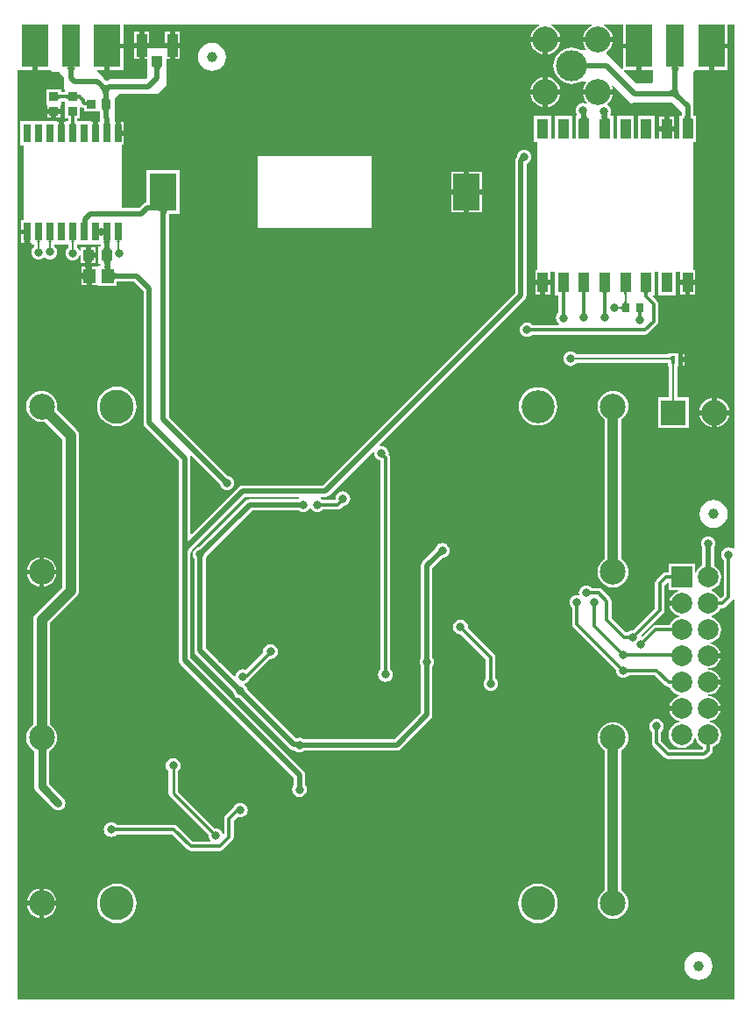
<source format=gtl>
G04*
G04 #@! TF.GenerationSoftware,Altium Limited,Altium Designer,20.2.7 (254)*
G04*
G04 Layer_Physical_Order=1*
G04 Layer_Color=255*
%FSLAX25Y25*%
%MOIN*%
G70*
G04*
G04 #@! TF.SameCoordinates,3C655C0F-1CA1-4DFD-99B7-6FB2F92942BB*
G04*
G04*
G04 #@! TF.FilePolarity,Positive*
G04*
G01*
G75*
%ADD11C,0.00787*%
%ADD14R,0.02756X0.03543*%
%ADD15R,0.07008X0.16496*%
%ADD16R,0.10492X0.16496*%
%ADD17R,0.03937X0.04134*%
%ADD18R,0.04134X0.08661*%
%ADD19R,0.10236X0.14016*%
%ADD20R,0.03347X0.03347*%
%ADD21R,0.03347X0.03347*%
%ADD22R,0.04724X0.05512*%
%ADD23R,0.03937X0.04134*%
%ADD24R,0.02756X0.07087*%
%ADD25R,0.03150X0.07087*%
%ADD26R,0.01575X0.02756*%
%ADD27R,0.04134X0.07677*%
%ADD51C,0.03937*%
%ADD52C,0.01181*%
%ADD53C,0.01968*%
%ADD54C,0.00984*%
%ADD55C,0.03937*%
%ADD56C,0.03150*%
%ADD57R,0.01811X0.11752*%
%ADD58C,0.09744*%
%ADD59R,0.09744X0.09744*%
%ADD60C,0.09843*%
%ADD61C,0.12992*%
%ADD62C,0.12598*%
%ADD63C,0.11811*%
%ADD64C,0.07874*%
%ADD65R,0.07874X0.07874*%
%ADD66C,0.03150*%
%ADD67C,0.02756*%
G36*
X56299Y356341D02*
X56134Y356282D01*
X55988Y356183D01*
X55862Y356045D01*
X55755Y355868D01*
X55667Y355652D01*
X55599Y355396D01*
X55551Y355101D01*
X55522Y354766D01*
X55512Y354392D01*
X53543D01*
X53534Y354766D01*
X53504Y355101D01*
X53456Y355396D01*
X53388Y355652D01*
X53300Y355868D01*
X53193Y356045D01*
X53067Y356183D01*
X52921Y356282D01*
X52756Y356341D01*
X52571Y356360D01*
X56484D01*
X56299Y356341D01*
D02*
G37*
G36*
X253356Y355918D02*
X253189Y355858D01*
X253041Y355760D01*
X252913Y355622D01*
X252805Y355445D01*
X252716Y355228D01*
X252648Y354973D01*
X252598Y354677D01*
X252569Y354343D01*
X252559Y353969D01*
X250591D01*
X250581Y354343D01*
X250551Y354677D01*
X250502Y354973D01*
X250433Y355228D01*
X250344Y355445D01*
X250236Y355622D01*
X250108Y355760D01*
X249961Y355858D01*
X249793Y355918D01*
X249606Y355937D01*
X253543D01*
X253356Y355918D01*
D02*
G37*
G36*
X23632D02*
X23465Y355858D01*
X23317Y355760D01*
X23189Y355622D01*
X23081Y355445D01*
X22992Y355228D01*
X22923Y354973D01*
X22874Y354677D01*
X22844Y354343D01*
X22835Y353969D01*
X20866D01*
X20856Y354343D01*
X20827Y354677D01*
X20778Y354973D01*
X20709Y355228D01*
X20620Y355445D01*
X20512Y355622D01*
X20384Y355760D01*
X20236Y355858D01*
X20069Y355918D01*
X19882Y355937D01*
X23819D01*
X23632Y355918D01*
D02*
G37*
G36*
X273985Y173328D02*
X273485Y173081D01*
X273349Y173185D01*
X272679Y173463D01*
X271959Y173558D01*
X271240Y173463D01*
X270569Y173185D01*
X269994Y172744D01*
X269552Y172168D01*
X269274Y171497D01*
X269180Y170778D01*
X269274Y170059D01*
X269552Y169388D01*
X269994Y168813D01*
X270153Y168690D01*
Y155385D01*
X269082Y154314D01*
X268496Y154422D01*
X268354Y154765D01*
X267565Y155793D01*
X266537Y156582D01*
X265463Y157027D01*
X265463Y157027D01*
Y157539D01*
X265463Y157540D01*
X266537Y157985D01*
X267565Y158774D01*
X268354Y159802D01*
X268850Y160999D01*
X269019Y162284D01*
X268850Y163568D01*
X268354Y164765D01*
X267565Y165793D01*
X266537Y166582D01*
X266332Y166667D01*
Y173349D01*
X266531Y173609D01*
X266809Y174279D01*
X266904Y174999D01*
X266809Y175718D01*
X266531Y176389D01*
X266090Y176964D01*
X265514Y177406D01*
X264844Y177684D01*
X264124Y177778D01*
X263405Y177684D01*
X262734Y177406D01*
X262158Y176964D01*
X261717Y176389D01*
X261439Y175718D01*
X261344Y174999D01*
X261439Y174279D01*
X261717Y173609D01*
X261916Y173349D01*
Y166724D01*
X261573Y166582D01*
X260545Y165793D01*
X259756Y164765D01*
X259476Y164089D01*
X258976Y164189D01*
Y167205D01*
X249134D01*
Y164090D01*
X248110D01*
X247419Y163952D01*
X246833Y163561D01*
X244392Y161120D01*
X244000Y160534D01*
X243863Y159843D01*
Y150355D01*
X235631Y142123D01*
X235433Y142149D01*
X234713Y142055D01*
X234043Y141777D01*
X233467Y141335D01*
X233466Y141334D01*
X232902Y141306D01*
X227397Y146811D01*
Y153150D01*
X227259Y153841D01*
X226868Y154427D01*
X223718Y157577D01*
X223132Y157968D01*
X222441Y158106D01*
X219804D01*
X219682Y158265D01*
X219106Y158706D01*
X218436Y158984D01*
X217717Y159079D01*
X216997Y158984D01*
X216327Y158706D01*
X215751Y158265D01*
X215309Y157689D01*
X215032Y157019D01*
X214937Y156299D01*
X215001Y155814D01*
X214648Y155417D01*
X214571Y155385D01*
X214173Y155437D01*
X213454Y155343D01*
X212783Y155065D01*
X212208Y154623D01*
X211766Y154048D01*
X211488Y153377D01*
X211394Y152658D01*
X211488Y151938D01*
X211766Y151268D01*
X212208Y150692D01*
X212367Y150570D01*
Y144488D01*
X212504Y143796D01*
X212896Y143210D01*
X229136Y126970D01*
X229110Y126771D01*
X229204Y126052D01*
X229482Y125382D01*
X229924Y124806D01*
X230500Y124364D01*
X231170Y124086D01*
X231889Y123992D01*
X232609Y124086D01*
X233279Y124364D01*
X233855Y124806D01*
X233977Y124965D01*
X243831D01*
X247790Y121006D01*
X248376Y120615D01*
X249067Y120477D01*
X249477D01*
X249756Y119802D01*
X250545Y118774D01*
X251573Y117985D01*
X252770Y117489D01*
X253169Y117436D01*
Y116932D01*
X252822Y116886D01*
X251673Y116410D01*
X250686Y115653D01*
X249928Y114666D01*
X249452Y113517D01*
X249419Y113268D01*
X254055D01*
Y111299D01*
X249419D01*
X249452Y111050D01*
X249928Y109901D01*
X250686Y108914D01*
X251673Y108157D01*
X252822Y107681D01*
X253169Y107635D01*
Y107131D01*
X252770Y107078D01*
X251573Y106582D01*
X250545Y105793D01*
X249756Y104765D01*
X249260Y103568D01*
X249091Y102284D01*
X249260Y100999D01*
X249756Y99802D01*
X250545Y98774D01*
X251573Y97985D01*
X252770Y97489D01*
X254055Y97320D01*
X255340Y97489D01*
X256537Y97985D01*
X257565Y98774D01*
X258354Y99802D01*
X258799Y100875D01*
X258799Y100875D01*
X259311D01*
X259312Y100875D01*
X259756Y99802D01*
X260545Y98774D01*
X261573Y97985D01*
X262249Y97705D01*
Y97087D01*
X261850Y96688D01*
X249567D01*
X246294Y99961D01*
Y103424D01*
X246454Y103546D01*
X246896Y104122D01*
X247173Y104792D01*
X247268Y105512D01*
X247173Y106231D01*
X246896Y106902D01*
X246454Y107477D01*
X245878Y107919D01*
X245208Y108197D01*
X244488Y108291D01*
X243769Y108197D01*
X243098Y107919D01*
X242523Y107477D01*
X242081Y106902D01*
X241803Y106231D01*
X241708Y105512D01*
X241803Y104792D01*
X242081Y104122D01*
X242523Y103546D01*
X242682Y103424D01*
Y99213D01*
X242819Y98521D01*
X243211Y97935D01*
X247542Y93605D01*
X248128Y93213D01*
X248819Y93076D01*
X262598D01*
X263290Y93213D01*
X263876Y93605D01*
X265332Y95061D01*
X265724Y95647D01*
X265862Y96339D01*
Y97705D01*
X266537Y97985D01*
X267565Y98774D01*
X268354Y99802D01*
X268850Y100999D01*
X269019Y102284D01*
X268850Y103568D01*
X268354Y104765D01*
X267565Y105793D01*
X266537Y106582D01*
X265340Y107078D01*
X264941Y107131D01*
Y107635D01*
X265288Y107681D01*
X266438Y108157D01*
X267425Y108914D01*
X268182Y109901D01*
X268658Y111050D01*
X268691Y111299D01*
X264055D01*
Y113268D01*
X268691D01*
X268658Y113517D01*
X268182Y114666D01*
X267425Y115653D01*
X266438Y116410D01*
X265288Y116886D01*
X264187Y117031D01*
Y117536D01*
X265288Y117681D01*
X266438Y118157D01*
X267425Y118914D01*
X268182Y119901D01*
X268658Y121050D01*
X268691Y121299D01*
X264055D01*
Y123268D01*
X268691D01*
X268658Y123517D01*
X268182Y124666D01*
X267425Y125653D01*
X266438Y126410D01*
X265288Y126886D01*
X264187Y127031D01*
Y127536D01*
X265288Y127681D01*
X266438Y128157D01*
X267425Y128914D01*
X268182Y129901D01*
X268658Y131050D01*
X268691Y131299D01*
X264055D01*
Y133268D01*
X268691D01*
X268658Y133517D01*
X268182Y134666D01*
X267425Y135653D01*
X266438Y136410D01*
X265288Y136886D01*
X264941Y136932D01*
Y137436D01*
X265340Y137489D01*
X266537Y137985D01*
X267565Y138774D01*
X268354Y139802D01*
X268850Y140999D01*
X269019Y142283D01*
X268850Y143568D01*
X268354Y144765D01*
X267565Y145793D01*
X266537Y146582D01*
X265463Y147027D01*
X265463Y147028D01*
Y147539D01*
X265463Y147540D01*
X266537Y147985D01*
X267565Y148774D01*
X268354Y149802D01*
X268634Y150477D01*
X269606D01*
X270298Y150615D01*
X270884Y151006D01*
X273236Y153359D01*
X273485Y153731D01*
X273985Y153579D01*
X273985Y1606D01*
X1606D01*
Y355044D01*
X2067Y355138D01*
Y355138D01*
X7116D01*
Y364173D01*
X9085D01*
Y355138D01*
X14134D01*
X14134Y355138D01*
Y355138D01*
X14468Y354803D01*
X14941Y354331D01*
X17323D01*
Y353937D01*
X19291Y351969D01*
Y348155D01*
X19291Y348031D01*
X19489Y347737D01*
X19489Y347737D01*
Y346689D01*
X18111D01*
Y347737D01*
X12402D01*
X12402Y342028D01*
X12796Y341771D01*
X12796Y341528D01*
Y340355D01*
X17717D01*
Y341771D01*
X18111Y342028D01*
X18111Y342088D01*
Y343076D01*
X19489D01*
Y336516D01*
X20635D01*
Y335630D01*
X19685D01*
Y335236D01*
X19094D01*
Y330906D01*
X17126D01*
Y335236D01*
X16535D01*
Y335630D01*
X2559D01*
Y326181D01*
X3740D01*
Y297835D01*
X2953D01*
Y294488D01*
X5118D01*
Y293504D01*
X6102D01*
Y289973D01*
X6484D01*
X6412Y289953D01*
X6347Y289894D01*
X6289Y289795D01*
X6240Y289658D01*
X6198Y289480D01*
X6163Y289264D01*
X6154Y289173D01*
X6693D01*
Y288779D01*
X7843D01*
Y288068D01*
X7483Y287792D01*
X7041Y287217D01*
X6764Y286546D01*
X6669Y285827D01*
X6764Y285107D01*
X7041Y284437D01*
X7483Y283861D01*
X8059Y283419D01*
X8729Y283142D01*
X9449Y283047D01*
X10168Y283142D01*
X10839Y283419D01*
X11273Y283753D01*
X11605Y283824D01*
X11963Y283755D01*
X12390Y283427D01*
X13060Y283150D01*
X13780Y283055D01*
X14499Y283150D01*
X15169Y283427D01*
X15745Y283869D01*
X16187Y284445D01*
X16465Y285115D01*
X16559Y285835D01*
X16465Y286554D01*
X16187Y287225D01*
X15745Y287800D01*
X15385Y288076D01*
Y288779D01*
X20835D01*
Y287715D01*
X20475Y287439D01*
X20034Y286863D01*
X19756Y286193D01*
X19661Y285473D01*
X19756Y284754D01*
X20034Y284084D01*
X20475Y283508D01*
X21051Y283066D01*
X21722Y282788D01*
X22441Y282694D01*
X23160Y282788D01*
X23831Y283066D01*
X24407Y283508D01*
X24848Y284084D01*
X25126Y284754D01*
X25591Y284635D01*
Y281791D01*
X27231D01*
X27207Y281882D01*
X27119Y282099D01*
X27012Y282276D01*
X26886Y282414D01*
X26740Y282512D01*
X26575Y282571D01*
X26390Y282591D01*
X27362D01*
Y284646D01*
Y287500D01*
X25591D01*
Y286312D01*
X25126Y286193D01*
X24848Y286863D01*
X24407Y287439D01*
X24047Y287715D01*
Y288779D01*
X33206D01*
X33225Y288518D01*
Y288238D01*
X33214Y288111D01*
X33182Y287918D01*
X33176Y287894D01*
X32283D01*
Y286757D01*
X32272Y286701D01*
X32283Y286645D01*
Y286621D01*
X32279Y286573D01*
X32283Y286559D01*
Y281398D01*
X32903D01*
X33107Y281052D01*
X32904Y280709D01*
X32343D01*
X32343Y280709D01*
X32087Y280709D01*
X31830Y280315D01*
X31587Y280315D01*
X29921D01*
Y279610D01*
X29961Y279584D01*
X30128Y279524D01*
X30315Y279503D01*
X29921Y279505D01*
Y276772D01*
Y273228D01*
X31830Y273228D01*
X32087Y272835D01*
X32343D01*
X32343Y272835D01*
X39173D01*
Y274513D01*
X39201Y274521D01*
X39392Y274552D01*
X39521Y274564D01*
X45936D01*
X49367Y271133D01*
Y220866D01*
X49535Y220021D01*
X50014Y219305D01*
X62753Y206566D01*
Y172835D01*
Y130709D01*
X62921Y129864D01*
X63399Y129148D01*
X106454Y86093D01*
Y83146D01*
X106254Y82886D01*
X105976Y82215D01*
X105882Y81496D01*
X105976Y80777D01*
X106254Y80106D01*
X106696Y79531D01*
X107272Y79089D01*
X107942Y78811D01*
X108661Y78716D01*
X109381Y78811D01*
X110051Y79089D01*
X110627Y79531D01*
X111069Y80106D01*
X111346Y80777D01*
X111441Y81496D01*
X111346Y82215D01*
X111069Y82886D01*
X110869Y83146D01*
Y87008D01*
X110701Y87853D01*
X110223Y88569D01*
X67168Y131623D01*
Y170828D01*
X67192Y171043D01*
X67244Y171314D01*
X67315Y171573D01*
X67406Y171822D01*
X67518Y172062D01*
X67650Y172295D01*
X67805Y172523D01*
X67940Y172692D01*
X87922Y192674D01*
X108406D01*
X108623Y192174D01*
X108434Y191972D01*
X89764D01*
X88919Y191804D01*
X88203Y191325D01*
X70472Y173594D01*
X70147Y173551D01*
X69476Y173273D01*
X68901Y172832D01*
X68459Y172256D01*
X68181Y171586D01*
X68086Y170866D01*
X68181Y170147D01*
X68459Y169476D01*
X68658Y169216D01*
Y134252D01*
X68826Y133407D01*
X69305Y132691D01*
X83493Y118503D01*
X83535Y118178D01*
X83813Y117508D01*
X84255Y116932D01*
X84831Y116490D01*
X85501Y116213D01*
X85826Y116170D01*
X104906Y97090D01*
X105622Y96611D01*
X106467Y96443D01*
X106717D01*
X107272Y96018D01*
X107942Y95740D01*
X108661Y95645D01*
X109381Y95740D01*
X110051Y96018D01*
X110311Y96217D01*
X145669D01*
X146514Y96386D01*
X147230Y96864D01*
X158648Y108281D01*
X159126Y108998D01*
X159294Y109843D01*
Y128271D01*
X159494Y128531D01*
X159772Y129202D01*
X159866Y129921D01*
X159772Y130641D01*
X159494Y131311D01*
X159294Y131571D01*
Y165621D01*
X163387Y169713D01*
X163712Y169756D01*
X164382Y170034D01*
X164958Y170475D01*
X165399Y171051D01*
X165677Y171721D01*
X165772Y172441D01*
X165677Y173160D01*
X165399Y173831D01*
X164958Y174407D01*
X164382Y174848D01*
X163712Y175126D01*
X162992Y175221D01*
X162273Y175126D01*
X161602Y174848D01*
X161027Y174407D01*
X160585Y173831D01*
X160307Y173160D01*
X160264Y172836D01*
X155526Y168097D01*
X155047Y167380D01*
X154879Y166535D01*
Y131571D01*
X154679Y131311D01*
X154402Y130641D01*
X154307Y129921D01*
X154402Y129202D01*
X154679Y128531D01*
X154879Y128271D01*
Y110757D01*
X144755Y100633D01*
X110311D01*
X110051Y100832D01*
X109381Y101110D01*
X108661Y101205D01*
X107942Y101110D01*
X107368Y100872D01*
X88948Y119292D01*
X88905Y119617D01*
X88628Y120288D01*
X88186Y120863D01*
X87722Y121219D01*
X87725Y121544D01*
X87735Y121588D01*
X87810Y121759D01*
X88398Y122002D01*
X88973Y122444D01*
X89415Y123020D01*
X89607Y123482D01*
X89810Y123617D01*
X97313Y131121D01*
X97638Y131079D01*
X98357Y131173D01*
X99028Y131451D01*
X99603Y131893D01*
X100045Y132468D01*
X100323Y133139D01*
X100417Y133858D01*
X100323Y134578D01*
X100045Y135248D01*
X99603Y135824D01*
X99028Y136266D01*
X98357Y136543D01*
X97638Y136638D01*
X96918Y136543D01*
X96248Y136266D01*
X95672Y135824D01*
X95231Y135248D01*
X94953Y134578D01*
X94858Y133858D01*
X94901Y133534D01*
X88246Y126879D01*
X87727Y127094D01*
X87008Y127189D01*
X86288Y127094D01*
X85618Y126817D01*
X85042Y126375D01*
X84601Y125799D01*
X84323Y125129D01*
X84264Y124683D01*
X83736Y124504D01*
X73074Y135167D01*
Y169216D01*
X73273Y169476D01*
X73551Y170147D01*
X73594Y170472D01*
X90678Y187556D01*
X108586D01*
X108846Y187356D01*
X109517Y187079D01*
X110236Y186984D01*
X110956Y187079D01*
X111626Y187356D01*
X112202Y187798D01*
X112492Y188176D01*
X112559Y188205D01*
X113032D01*
X113099Y188176D01*
X113389Y187798D01*
X113964Y187356D01*
X114635Y187079D01*
X115354Y186984D01*
X116074Y187079D01*
X116744Y187356D01*
X117320Y187798D01*
X117442Y187957D01*
X123228D01*
X123920Y188095D01*
X124506Y188487D01*
X125391Y189372D01*
X125916Y189441D01*
X126587Y189719D01*
X127162Y190160D01*
X127604Y190736D01*
X127882Y191407D01*
X127977Y192126D01*
X127882Y192845D01*
X127604Y193516D01*
X127162Y194091D01*
X126587Y194533D01*
X125916Y194811D01*
X125197Y194906D01*
X124477Y194811D01*
X123807Y194533D01*
X123231Y194091D01*
X122790Y193516D01*
X122512Y192845D01*
X122417Y192126D01*
X122424Y192070D01*
X121986Y191570D01*
X117442D01*
X117320Y191729D01*
X116744Y192171D01*
X116737Y192174D01*
X116836Y192674D01*
X118504D01*
X119349Y192842D01*
X120065Y193321D01*
X136681Y209937D01*
X137155Y209703D01*
X137105Y209328D01*
X137200Y208608D01*
X137478Y207938D01*
X137919Y207362D01*
X138495Y206920D01*
X139165Y206643D01*
X139532Y206594D01*
Y127285D01*
X139373Y127162D01*
X138931Y126587D01*
X138654Y125916D01*
X138559Y125197D01*
X138654Y124477D01*
X138931Y123807D01*
X139373Y123231D01*
X139949Y122790D01*
X140619Y122512D01*
X141339Y122417D01*
X142058Y122512D01*
X142728Y122790D01*
X143304Y123231D01*
X143746Y123807D01*
X144024Y124477D01*
X144118Y125197D01*
X144024Y125916D01*
X143746Y126587D01*
X143304Y127162D01*
X143145Y127285D01*
Y207652D01*
X143007Y208343D01*
X142616Y208929D01*
X142613Y208932D01*
X142665Y209328D01*
X142570Y210047D01*
X142292Y210718D01*
X141850Y211293D01*
X141275Y211735D01*
X140604Y212013D01*
X139885Y212107D01*
X139509Y212058D01*
X139276Y212531D01*
X194474Y267730D01*
X194953Y268446D01*
X195121Y269291D01*
Y319490D01*
X195484Y319640D01*
X196060Y320082D01*
X196502Y320657D01*
X196779Y321328D01*
X196874Y322047D01*
X196779Y322767D01*
X196502Y323437D01*
X196060Y324013D01*
X195484Y324454D01*
X194814Y324732D01*
X194095Y324827D01*
X193375Y324732D01*
X192705Y324454D01*
X192129Y324013D01*
X191687Y323437D01*
X191410Y322767D01*
X191315Y322053D01*
X190874Y321391D01*
X190706Y320547D01*
Y270206D01*
X117589Y197090D01*
X87008D01*
X86163Y196922D01*
X85447Y196443D01*
X67630Y178627D01*
X67168Y178818D01*
Y207480D01*
X67006Y208299D01*
X67027Y208330D01*
X67469Y208543D01*
X78375Y197637D01*
X78417Y197312D01*
X78695Y196642D01*
X79137Y196066D01*
X79712Y195624D01*
X80383Y195346D01*
X81102Y195252D01*
X81822Y195346D01*
X82492Y195624D01*
X83068Y196066D01*
X83510Y196642D01*
X83787Y197312D01*
X83882Y198031D01*
X83787Y198751D01*
X83510Y199421D01*
X83068Y199997D01*
X82492Y200439D01*
X81822Y200716D01*
X81497Y200759D01*
X59097Y223159D01*
Y300125D01*
X59109Y300254D01*
X59141Y300445D01*
X59148Y300472D01*
X63189D01*
Y316850D01*
X50591D01*
Y304791D01*
X50021Y304678D01*
X49305Y304199D01*
X47708Y302602D01*
X41142D01*
Y326575D01*
X41929D01*
Y329921D01*
X39764D01*
Y330906D01*
X38780D01*
Y335236D01*
X38386D01*
Y344291D01*
X40157Y346063D01*
X55118D01*
X58268Y349213D01*
Y359301D01*
X59350D01*
Y363435D01*
X57480D01*
Y363386D01*
X57480Y363386D01*
X51575D01*
Y363435D01*
X49705D01*
Y359301D01*
X50787D01*
Y352362D01*
X50000Y351575D01*
X34705D01*
X31604Y354676D01*
X31795Y355138D01*
X34616D01*
Y364173D01*
X35601D01*
Y365158D01*
X41634D01*
Y372410D01*
X199783D01*
X199883Y371910D01*
X199326Y371679D01*
X198133Y370764D01*
X197218Y369572D01*
X196643Y368183D01*
X196576Y367677D01*
X207833D01*
X207766Y368183D01*
X207191Y369572D01*
X206276Y370764D01*
X205084Y371679D01*
X204527Y371910D01*
X204626Y372410D01*
X219783D01*
X219883Y371910D01*
X219326Y371679D01*
X218133Y370764D01*
X217218Y369572D01*
X216643Y368183D01*
X216576Y367677D01*
X227833D01*
X227766Y368183D01*
X227191Y369572D01*
X226276Y370764D01*
X225084Y371679D01*
X224527Y371910D01*
X224626Y372410D01*
X231791D01*
Y365158D01*
X237825D01*
Y364173D01*
X238809D01*
Y355138D01*
X243071D01*
Y350551D01*
X242520Y350000D01*
X236614D01*
X231976Y354638D01*
X232184Y355138D01*
X236841D01*
Y363189D01*
X231791D01*
Y355530D01*
X231291Y355323D01*
X225322Y361292D01*
X225384Y361937D01*
X226276Y362621D01*
X227191Y363814D01*
X227766Y365203D01*
X227833Y365709D01*
X216576D01*
X216643Y365203D01*
X217218Y363814D01*
X217767Y363098D01*
X217521Y362598D01*
X215772D01*
X214854Y363089D01*
X213555Y363483D01*
X212205Y363616D01*
X210854Y363483D01*
X209555Y363089D01*
X208358Y362449D01*
X207309Y361588D01*
X206448Y360539D01*
X205809Y359342D01*
X205415Y358044D01*
X205282Y356693D01*
X205415Y355342D01*
X205809Y354044D01*
X206448Y352847D01*
X207309Y351798D01*
X208358Y350937D01*
X209555Y350297D01*
X210854Y349903D01*
X212205Y349770D01*
X213555Y349903D01*
X214854Y350297D01*
X215772Y350787D01*
X217521D01*
X217767Y350287D01*
X217218Y349572D01*
X216643Y348183D01*
X216576Y347677D01*
X227833D01*
X227766Y348183D01*
X227407Y349051D01*
X227831Y349335D01*
X235039Y342126D01*
X235433Y342520D01*
X250394D01*
X254091Y338822D01*
Y338041D01*
X254080Y337911D01*
X254048Y337717D01*
X254043Y337697D01*
X253051D01*
Y328839D01*
X251279D01*
Y331693D01*
X248425D01*
X245571D01*
Y328839D01*
X243799D01*
Y337697D01*
X237303D01*
Y328839D01*
X235925D01*
Y337697D01*
X229429D01*
Y328839D01*
X228051D01*
Y337697D01*
X227157D01*
X226906Y338197D01*
X227094Y338651D01*
X227189Y339370D01*
X227094Y340090D01*
X226817Y340760D01*
X226375Y341336D01*
X225898Y341701D01*
X225799Y342256D01*
X226276Y342621D01*
X227191Y343814D01*
X227766Y345203D01*
X227833Y345709D01*
X216576D01*
X216643Y345203D01*
X217218Y343814D01*
X218133Y342621D01*
X218189Y342579D01*
X217925Y342171D01*
X217255Y342449D01*
X216535Y342544D01*
X215816Y342449D01*
X215146Y342171D01*
X214570Y341729D01*
X214128Y341154D01*
X213850Y340483D01*
X213756Y339764D01*
X213850Y339044D01*
X214128Y338374D01*
X214264Y338197D01*
X214018Y337697D01*
X213681D01*
Y328839D01*
X212303D01*
Y337697D01*
X205807D01*
Y328839D01*
X204429D01*
Y337697D01*
X197933D01*
Y327658D01*
X199114D01*
Y279035D01*
X198327D01*
Y275394D01*
X201181D01*
X204035D01*
Y278248D01*
X205807D01*
Y269390D01*
X207249D01*
Y262921D01*
X207051Y262769D01*
X206610Y262194D01*
X206332Y261523D01*
X206237Y260804D01*
X206332Y260084D01*
X206610Y259414D01*
X207051Y258838D01*
X207354Y258606D01*
X207185Y258106D01*
X197363D01*
X197241Y258265D01*
X196665Y258706D01*
X195995Y258984D01*
X195276Y259079D01*
X194556Y258984D01*
X193886Y258706D01*
X193310Y258265D01*
X192868Y257689D01*
X192591Y257019D01*
X192496Y256299D01*
X192591Y255580D01*
X192868Y254909D01*
X193310Y254334D01*
X193886Y253892D01*
X194556Y253614D01*
X195276Y253520D01*
X195995Y253614D01*
X196665Y253892D01*
X197241Y254334D01*
X197363Y254493D01*
X240158D01*
X240849Y254630D01*
X241435Y255022D01*
X244584Y258172D01*
X244976Y258757D01*
X245113Y259449D01*
Y266142D01*
X244976Y266833D01*
X244584Y267419D01*
X243076Y268928D01*
X243267Y269390D01*
X243799D01*
Y278248D01*
X245177D01*
Y269390D01*
X251673D01*
Y278248D01*
X253445D01*
Y275394D01*
X256299D01*
X259154D01*
Y279035D01*
X258366D01*
Y327658D01*
X259547D01*
Y337697D01*
X258556D01*
X258551Y337717D01*
X258518Y337911D01*
X258507Y338041D01*
Y341339D01*
X258366Y342047D01*
Y354213D01*
X258963Y354809D01*
X259291Y355138D01*
Y355138D01*
X259291Y355138D01*
X264341D01*
Y364173D01*
X265325D01*
Y365158D01*
X271358D01*
Y372410D01*
X273985D01*
X273985Y173328D01*
D02*
G37*
G36*
X33916Y350162D02*
X34168Y349940D01*
X34401Y349756D01*
X34615Y349609D01*
X34812Y349499D01*
X34991Y349427D01*
X35151Y349393D01*
X35294Y349396D01*
X35418Y349437D01*
X35524Y349515D01*
X36916Y348123D01*
X36746Y347934D01*
X36595Y347723D01*
X36461Y347491D01*
X36345Y347237D01*
X36246Y346961D01*
X36166Y346665D01*
X36104Y346346D01*
X36032Y345645D01*
X36028Y345478D01*
X36030Y345381D01*
X36084Y344752D01*
X36132Y344496D01*
X36193Y344279D01*
X36267Y344102D01*
X36355Y343964D01*
X36457Y343866D01*
X36572Y343807D01*
X36700Y343787D01*
X33378D01*
X33507Y343807D01*
X33621Y343866D01*
X33723Y343964D01*
X33811Y344102D01*
X33886Y344279D01*
X33946Y344496D01*
X33994Y344752D01*
X34028Y345047D01*
X34048Y345381D01*
X34049Y345427D01*
X34041Y345650D01*
X33999Y346026D01*
X33929Y346391D01*
X33832Y346744D01*
X33707Y347086D01*
X33554Y347417D01*
X33373Y347735D01*
X33164Y348042D01*
X32927Y348338D01*
X32663Y348622D01*
X33647Y350422D01*
X33916Y350162D01*
D02*
G37*
G36*
X24004Y345951D02*
X24040Y345851D01*
X24099Y345762D01*
X24183Y345685D01*
X24290Y345620D01*
X24422Y345567D01*
X24577Y345526D01*
X24756Y345496D01*
X24959Y345479D01*
X25185Y345473D01*
Y344292D01*
X24959Y344286D01*
X24756Y344268D01*
X24577Y344238D01*
X24422Y344197D01*
X24290Y344144D01*
X24183Y344079D01*
X24099Y344002D01*
X24040Y343914D01*
X24004Y343813D01*
X23992Y343701D01*
Y346063D01*
X24004Y345951D01*
D02*
G37*
G36*
X20694Y343701D02*
X20682Y343813D01*
X20646Y343914D01*
X20586Y344002D01*
X20503Y344079D01*
X20395Y344144D01*
X20264Y344197D01*
X20109Y344238D01*
X19930Y344268D01*
X19727Y344286D01*
X19500Y344292D01*
Y345473D01*
X19727Y345479D01*
X19930Y345496D01*
X20109Y345526D01*
X20264Y345567D01*
X20395Y345620D01*
X20503Y345685D01*
X20586Y345762D01*
X20646Y345851D01*
X20682Y345951D01*
X20694Y346063D01*
Y343701D01*
D02*
G37*
G36*
X16917Y345951D02*
X16953Y345851D01*
X17013Y345762D01*
X17096Y345685D01*
X17204Y345620D01*
X17335Y345567D01*
X17490Y345526D01*
X17669Y345496D01*
X17872Y345479D01*
X18099Y345473D01*
Y344292D01*
X17872Y344286D01*
X17669Y344268D01*
X17490Y344238D01*
X17335Y344197D01*
X17204Y344144D01*
X17096Y344079D01*
X17013Y344002D01*
X16953Y343914D01*
X16917Y343813D01*
X16905Y343701D01*
Y346063D01*
X16917Y345951D01*
D02*
G37*
G36*
X252559Y348439D02*
X252573Y348051D01*
X252615Y347675D01*
X252684Y347310D01*
X252782Y346957D01*
X252907Y346615D01*
X253060Y346285D01*
X253241Y345966D01*
X253450Y345659D01*
X253686Y345363D01*
X253951Y345079D01*
X252559Y343687D01*
X252275Y343951D01*
X251979Y344188D01*
X251672Y344397D01*
X251353Y344578D01*
X251023Y344731D01*
X250681Y344856D01*
X250328Y344953D01*
X249963Y345023D01*
X249587Y345065D01*
X249199Y345079D01*
X248622Y347047D01*
X248996Y347067D01*
X249331Y347126D01*
X249626Y347224D01*
X249882Y347362D01*
X250098Y347539D01*
X250276Y347756D01*
X250413Y348012D01*
X250512Y348307D01*
X250571Y348642D01*
X250591Y349016D01*
X252559Y348439D01*
D02*
G37*
G36*
X27878Y341330D02*
X27867Y341425D01*
X27834Y341510D01*
X27779Y341585D01*
X27701Y341650D01*
X27602Y341705D01*
X27481Y341751D01*
X27337Y341786D01*
X27172Y341811D01*
X26984Y341826D01*
X26774Y341831D01*
Y343012D01*
X26984Y343017D01*
X27172Y343032D01*
X27337Y343057D01*
X27481Y343092D01*
X27602Y343137D01*
X27701Y343192D01*
X27779Y343257D01*
X27834Y343333D01*
X27867Y343418D01*
X27878Y343513D01*
Y341330D01*
D02*
G37*
G36*
X36572Y340445D02*
X36457Y340386D01*
X36355Y340287D01*
X36267Y340149D01*
X36193Y339972D01*
X36132Y339756D01*
X36084Y339500D01*
X36050Y339205D01*
X36030Y338870D01*
X36023Y338496D01*
X34055D01*
X34048Y338870D01*
X33994Y339500D01*
X33946Y339756D01*
X33886Y339972D01*
X33811Y340149D01*
X33723Y340287D01*
X33621Y340386D01*
X33507Y340445D01*
X33378Y340464D01*
X36700D01*
X36572Y340445D01*
D02*
G37*
G36*
X23510Y337697D02*
X23409Y337662D01*
X23321Y337603D01*
X23244Y337520D01*
X23179Y337414D01*
X23126Y337284D01*
X23085Y337130D01*
X23055Y336953D01*
X23037Y336753D01*
X23031Y336528D01*
X21850D01*
X21845Y336753D01*
X21827Y336953D01*
X21797Y337130D01*
X21756Y337284D01*
X21703Y337414D01*
X21638Y337520D01*
X21561Y337603D01*
X21472Y337662D01*
X21372Y337697D01*
X21260Y337709D01*
X23622D01*
X23510Y337697D01*
D02*
G37*
G36*
X257293Y338096D02*
X257323Y337759D01*
X257372Y337462D01*
X257441Y337205D01*
X257529Y336987D01*
X257638Y336809D01*
X257766Y336670D01*
X257913Y336571D01*
X258081Y336511D01*
X258268Y336492D01*
X254331D01*
X254518Y336511D01*
X254685Y336571D01*
X254833Y336670D01*
X254961Y336809D01*
X255069Y336987D01*
X255157Y337205D01*
X255226Y337462D01*
X255276Y337759D01*
X255305Y338096D01*
X255315Y338472D01*
X257283D01*
X257293Y338096D01*
D02*
G37*
G36*
X225623Y338096D02*
X225653Y337760D01*
X225702Y337463D01*
X225771Y337206D01*
X225859Y336988D01*
X225968Y336810D01*
X226096Y336671D01*
X226243Y336572D01*
X226411Y336512D01*
X226597Y336492D01*
X222748Y336504D01*
X222919Y336523D01*
X223071Y336582D01*
X223205Y336681D01*
X223322Y336819D01*
X223421Y336996D01*
X223501Y337212D01*
X223564Y337468D01*
X223609Y337764D01*
X223636Y338098D01*
X223645Y338472D01*
X225613D01*
X225623Y338096D01*
D02*
G37*
G36*
X217923Y338096D02*
X217953Y337759D01*
X218002Y337462D01*
X218071Y337205D01*
X218159Y336987D01*
X218268Y336809D01*
X218396Y336670D01*
X218543Y336571D01*
X218711Y336511D01*
X218898Y336492D01*
X214961D01*
X215148Y336511D01*
X215315Y336571D01*
X215463Y336670D01*
X215591Y336809D01*
X215699Y336987D01*
X215787Y337205D01*
X215856Y337462D01*
X215905Y337759D01*
X215935Y338096D01*
X215945Y338472D01*
X217913D01*
X217923Y338096D01*
D02*
G37*
G36*
X36423Y336031D02*
X36469Y335401D01*
X36510Y335145D01*
X36562Y334929D01*
X36626Y334752D01*
X36701Y334614D01*
X36788Y334516D01*
X36886Y334456D01*
X36996Y334437D01*
X33870D01*
X33980Y334456D01*
X34079Y334516D01*
X34165Y334614D01*
X34240Y334752D01*
X34304Y334929D01*
X34356Y335145D01*
X34397Y335401D01*
X34426Y335697D01*
X34449Y336405D01*
X36417D01*
X36423Y336031D01*
D02*
G37*
G36*
X23037Y335391D02*
X23055Y335188D01*
X23085Y335009D01*
X23126Y334854D01*
X23179Y334723D01*
X23244Y334616D01*
X23321Y334532D01*
X23409Y334472D01*
X23510Y334437D01*
X23622Y334425D01*
X21260D01*
X21372Y334437D01*
X21472Y334472D01*
X21561Y334532D01*
X21638Y334616D01*
X21703Y334723D01*
X21756Y334854D01*
X21797Y335009D01*
X21827Y335188D01*
X21845Y335391D01*
X21850Y335618D01*
X23031D01*
X23037Y335391D01*
D02*
G37*
G36*
X26083Y340752D02*
X26673Y340635D01*
Y339271D01*
X32677D01*
Y335236D01*
X32087D01*
Y330906D01*
X30118D01*
Y335236D01*
X29528D01*
Y335630D01*
X24247D01*
Y336516D01*
X25197D01*
Y340761D01*
X25697Y341010D01*
X26083Y340752D01*
D02*
G37*
G36*
X58671Y301646D02*
X58504Y301587D01*
X58356Y301488D01*
X58228Y301351D01*
X58120Y301173D01*
X58031Y300957D01*
X57963Y300701D01*
X57913Y300406D01*
X57884Y300071D01*
X57874Y299697D01*
X55905D01*
X55896Y300071D01*
X55866Y300406D01*
X55817Y300701D01*
X55748Y300957D01*
X55660Y301173D01*
X55551Y301351D01*
X55423Y301488D01*
X55276Y301587D01*
X55108Y301646D01*
X54921Y301665D01*
X58858D01*
X58671Y301646D01*
D02*
G37*
G36*
X28172Y298178D02*
X28230Y297261D01*
X28251Y297162D01*
X28275Y297092D01*
X28303Y297049D01*
X28334Y297035D01*
X25775Y297023D01*
X25857Y297038D01*
X25929Y297081D01*
X25993Y297152D01*
X26048Y297252D01*
X26095Y297380D01*
X26134Y297536D01*
X26164Y297721D01*
X26185Y297935D01*
X26202Y298446D01*
X28171D01*
X28172Y298178D01*
D02*
G37*
G36*
X33870Y294536D02*
X33921Y294528D01*
X34257Y294498D01*
X34634Y294488D01*
Y292520D01*
X34257Y292510D01*
X33921Y292480D01*
X33870Y292472D01*
Y291535D01*
X33851Y291722D01*
X33792Y291890D01*
X33693Y292037D01*
X33555Y292165D01*
X33378Y292274D01*
X33264Y292320D01*
X33148Y292274D01*
X32970Y292165D01*
X32831Y292037D01*
X32732Y291890D01*
X32673Y291722D01*
X32653Y291535D01*
Y292473D01*
X32610Y292480D01*
X32276Y292510D01*
X31902Y292520D01*
Y294488D01*
X32276Y294498D01*
X32610Y294528D01*
X32653Y294535D01*
Y295472D01*
X32673Y295285D01*
X32732Y295118D01*
X32831Y294970D01*
X32970Y294843D01*
X33148Y294734D01*
X33264Y294687D01*
X33378Y294734D01*
X33555Y294843D01*
X33693Y294970D01*
X33792Y295118D01*
X33851Y295285D01*
X33870Y295472D01*
Y294536D01*
D02*
G37*
G36*
X40476Y289977D02*
X40409Y289953D01*
X40350Y289913D01*
X40299Y289857D01*
X40256Y289785D01*
X40220Y289697D01*
X40193Y289593D01*
X40173Y289473D01*
X40161Y289337D01*
X40157Y289185D01*
X39370D01*
X39366Y289337D01*
X39354Y289473D01*
X39335Y289593D01*
X39307Y289697D01*
X39272Y289785D01*
X39228Y289857D01*
X39177Y289913D01*
X39118Y289953D01*
X39051Y289977D01*
X38976Y289985D01*
X40551D01*
X40476Y289977D01*
D02*
G37*
G36*
X23154D02*
X23087Y289953D01*
X23028Y289913D01*
X22976Y289857D01*
X22933Y289785D01*
X22898Y289697D01*
X22870Y289593D01*
X22850Y289473D01*
X22839Y289337D01*
X22835Y289185D01*
X22047D01*
X22043Y289337D01*
X22031Y289473D01*
X22012Y289593D01*
X21984Y289697D01*
X21949Y289785D01*
X21905Y289857D01*
X21854Y289913D01*
X21795Y289953D01*
X21728Y289977D01*
X21654Y289985D01*
X23228D01*
X23154Y289977D01*
D02*
G37*
G36*
X14492D02*
X14425Y289953D01*
X14366Y289913D01*
X14315Y289857D01*
X14272Y289785D01*
X14236Y289697D01*
X14209Y289593D01*
X14189Y289473D01*
X14177Y289337D01*
X14173Y289185D01*
X13386D01*
X13382Y289337D01*
X13370Y289473D01*
X13350Y289593D01*
X13323Y289697D01*
X13287Y289785D01*
X13244Y289857D01*
X13193Y289913D01*
X13134Y289953D01*
X13067Y289977D01*
X12992Y289985D01*
X14567D01*
X14492Y289977D01*
D02*
G37*
G36*
X10161D02*
X10095Y289953D01*
X10035Y289913D01*
X9984Y289857D01*
X9941Y289785D01*
X9905Y289697D01*
X9878Y289593D01*
X9858Y289473D01*
X9847Y289337D01*
X9843Y289185D01*
X9055D01*
X9051Y289337D01*
X9039Y289473D01*
X9020Y289593D01*
X8992Y289697D01*
X8957Y289785D01*
X8913Y289857D01*
X8862Y289913D01*
X8803Y289953D01*
X8736Y289977D01*
X8661Y289985D01*
X10236D01*
X10161Y289977D01*
D02*
G37*
G36*
X36886Y289953D02*
X36788Y289894D01*
X36701Y289795D01*
X36626Y289658D01*
X36562Y289480D01*
X36510Y289264D01*
X36469Y289008D01*
X36441Y288713D01*
X36427Y288299D01*
X36427Y288295D01*
X36456Y287960D01*
X36505Y287665D01*
X36573Y287409D01*
X36660Y287193D01*
X36767Y287016D01*
X36894Y286878D01*
X37040Y286779D01*
X37205Y286720D01*
X37390Y286701D01*
X33477D01*
X33661Y286720D01*
X33827Y286779D01*
X33972Y286878D01*
X34099Y287016D01*
X34206Y287193D01*
X34293Y287409D01*
X34361Y287665D01*
X34410Y287960D01*
X34439Y288295D01*
X34442Y288396D01*
X34397Y289008D01*
X34356Y289264D01*
X34304Y289480D01*
X34240Y289658D01*
X34165Y289795D01*
X34079Y289894D01*
X33980Y289953D01*
X33870Y289973D01*
X36996D01*
X36886Y289953D01*
D02*
G37*
G36*
X37390Y282591D02*
X37242Y282571D01*
X37110Y282512D01*
X36994Y282414D01*
X36893Y282276D01*
X36808Y282099D01*
X36738Y281882D01*
X36684Y281626D01*
X36645Y281331D01*
X36627Y281072D01*
X36654Y280771D01*
X36703Y280474D01*
X36772Y280217D01*
X36860Y279999D01*
X36968Y279820D01*
X37096Y279682D01*
X37244Y279583D01*
X37411Y279523D01*
X37598Y279503D01*
X33661D01*
X33848Y279523D01*
X34016Y279583D01*
X34163Y279682D01*
X34291Y279820D01*
X34400Y279999D01*
X34488Y280217D01*
X34557Y280474D01*
X34606Y280771D01*
X34631Y281053D01*
X34606Y281334D01*
X34557Y281631D01*
X34488Y281888D01*
X34400Y282106D01*
X34291Y282284D01*
X34163Y282423D01*
X34016Y282523D01*
X33848Y282582D01*
X33661Y282603D01*
X37390Y282591D01*
D02*
G37*
G36*
X38000Y278553D02*
X38059Y278386D01*
X38157Y278238D01*
X38295Y278110D01*
X38472Y278002D01*
X38689Y277913D01*
X38945Y277845D01*
X39240Y277795D01*
X39575Y277766D01*
X39949Y277756D01*
Y275787D01*
X39575Y275778D01*
X39240Y275748D01*
X38945Y275699D01*
X38689Y275630D01*
X38472Y275541D01*
X38295Y275433D01*
X38157Y275305D01*
X38059Y275157D01*
X38000Y274990D01*
X37980Y274803D01*
Y278740D01*
X38000Y278553D01*
D02*
G37*
G36*
X233390Y270587D02*
X233323Y270563D01*
X233264Y270523D01*
X233213Y270467D01*
X233169Y270395D01*
X233134Y270307D01*
X233106Y270203D01*
X233087Y270083D01*
X233075Y269947D01*
X233071Y269795D01*
X232283D01*
X232279Y269947D01*
X232268Y270083D01*
X232248Y270203D01*
X232221Y270307D01*
X232185Y270395D01*
X232142Y270467D01*
X232090Y270523D01*
X232031Y270563D01*
X231965Y270587D01*
X231890Y270595D01*
X233465D01*
X233390Y270587D01*
D02*
G37*
G36*
X241620Y270583D02*
X241520Y270547D01*
X241431Y270487D01*
X241354Y270404D01*
X241289Y270297D01*
X241236Y270165D01*
X241195Y270010D01*
X241165Y269831D01*
X241148Y269629D01*
X241142Y269402D01*
X239961D01*
X239955Y269629D01*
X239937Y269831D01*
X239908Y270010D01*
X239866Y270165D01*
X239813Y270297D01*
X239748Y270404D01*
X239671Y270487D01*
X239583Y270547D01*
X239482Y270583D01*
X239370Y270595D01*
X241732D01*
X241620Y270583D01*
D02*
G37*
G36*
X225872D02*
X225772Y270547D01*
X225683Y270487D01*
X225606Y270404D01*
X225541Y270297D01*
X225488Y270165D01*
X225447Y270010D01*
X225417Y269831D01*
X225400Y269629D01*
X225394Y269402D01*
X224213D01*
X224207Y269629D01*
X224189Y269831D01*
X224159Y270010D01*
X224118Y270165D01*
X224065Y270297D01*
X224000Y270404D01*
X223923Y270487D01*
X223835Y270547D01*
X223734Y270583D01*
X223622Y270595D01*
X225984D01*
X225872Y270583D01*
D02*
G37*
G36*
X233075Y266962D02*
X233087Y266826D01*
X233106Y266706D01*
X233134Y266602D01*
X233169Y266514D01*
X233213Y266442D01*
X233264Y266387D01*
X233323Y266347D01*
X233390Y266323D01*
X233465Y266315D01*
X231890D01*
X231965Y266323D01*
X232031Y266347D01*
X232090Y266387D01*
X232142Y266442D01*
X232185Y266514D01*
X232221Y266602D01*
X232248Y266706D01*
X232268Y266826D01*
X232279Y266962D01*
X232283Y267114D01*
X233071D01*
X233075Y266962D01*
D02*
G37*
G36*
X231323Y263779D02*
X231315Y263854D01*
X231291Y263921D01*
X231251Y263980D01*
X231195Y264032D01*
X231123Y264075D01*
X231035Y264110D01*
X230931Y264138D01*
X230812Y264158D01*
X230676Y264169D01*
X230524Y264173D01*
Y264961D01*
X230676Y264965D01*
X230812Y264976D01*
X230931Y264996D01*
X231035Y265024D01*
X231123Y265059D01*
X231195Y265102D01*
X231251Y265154D01*
X231291Y265213D01*
X231315Y265280D01*
X231323Y265354D01*
Y263779D01*
D02*
G37*
G36*
X239258Y262807D02*
X239158Y262772D01*
X239069Y262712D01*
X238992Y262628D01*
X238927Y262521D01*
X238874Y262390D01*
X238833Y262235D01*
X238803Y262056D01*
X238785Y261853D01*
X238779Y261626D01*
X237598D01*
X237593Y261853D01*
X237575Y262056D01*
X237545Y262235D01*
X237504Y262390D01*
X237451Y262521D01*
X237386Y262628D01*
X237309Y262712D01*
X237221Y262772D01*
X237120Y262807D01*
X237008Y262819D01*
X239370D01*
X239258Y262807D01*
D02*
G37*
G36*
X65959Y176819D02*
X66001Y176526D01*
X66070Y176301D01*
X66168Y176142D01*
X66293Y176051D01*
X66446Y176027D01*
X66627Y176070D01*
X66836Y176180D01*
X67072Y176358D01*
X67337Y176603D01*
Y173819D01*
X67072Y173535D01*
X66836Y173239D01*
X66627Y172932D01*
X66446Y172613D01*
X66293Y172283D01*
X66168Y171941D01*
X66070Y171588D01*
X66001Y171223D01*
X65959Y170846D01*
X65945Y170458D01*
X63976Y172835D01*
X65945Y177179D01*
X65959Y176819D01*
D02*
G37*
G36*
X249134Y160045D02*
Y157362D01*
X252722D01*
X252822Y156886D01*
X251673Y156410D01*
X250686Y155653D01*
X249928Y154666D01*
X249452Y153517D01*
X249419Y153268D01*
X254055D01*
Y151299D01*
X249419D01*
X249452Y151050D01*
X249928Y149901D01*
X250686Y148914D01*
X251673Y148157D01*
X252822Y147681D01*
X253169Y147635D01*
Y147131D01*
X252770Y147078D01*
X251573Y146582D01*
X250545Y145793D01*
X249756Y144765D01*
X249477Y144090D01*
X244252D01*
X243561Y143952D01*
X242975Y143561D01*
X239103Y139689D01*
X239013Y139689D01*
X238821Y140149D01*
X238830Y140212D01*
X246947Y148329D01*
X247338Y148915D01*
X247476Y149607D01*
Y159094D01*
X248634Y160252D01*
X249134Y160045D01*
D02*
G37*
%LPC*%
G36*
X51575Y369537D02*
X49705D01*
Y365404D01*
X51575D01*
Y369537D01*
D02*
G37*
G36*
X47736D02*
X45866D01*
Y365404D01*
X47736D01*
Y369537D01*
D02*
G37*
G36*
X63189D02*
X61319D01*
Y365404D01*
X63189D01*
Y369537D01*
D02*
G37*
G36*
X59350D02*
X57480D01*
Y365404D01*
X59350D01*
Y369537D01*
D02*
G37*
G36*
X207833Y365709D02*
X203189D01*
Y361065D01*
X203695Y361131D01*
X205084Y361706D01*
X206276Y362621D01*
X207191Y363814D01*
X207766Y365203D01*
X207833Y365709D01*
D02*
G37*
G36*
X201220D02*
X196576D01*
X196643Y365203D01*
X197218Y363814D01*
X198133Y362621D01*
X199326Y361706D01*
X200714Y361131D01*
X201220Y361065D01*
Y365709D01*
D02*
G37*
G36*
X63189Y363435D02*
X61319D01*
Y359301D01*
X63189D01*
Y363435D01*
D02*
G37*
G36*
X47736Y363435D02*
X45866D01*
Y359301D01*
X47736D01*
Y363435D01*
D02*
G37*
G36*
X271358Y363189D02*
X266309D01*
Y355138D01*
X271358D01*
Y363189D01*
D02*
G37*
G36*
X41634D02*
X36585D01*
Y355138D01*
X41634D01*
Y363189D01*
D02*
G37*
G36*
X75408Y365386D02*
X74020Y365203D01*
X72727Y364668D01*
X71617Y363816D01*
X70765Y362706D01*
X70230Y361413D01*
X70047Y360025D01*
X70230Y358638D01*
X70765Y357345D01*
X71617Y356235D01*
X72727Y355383D01*
X74020Y354847D01*
X75408Y354665D01*
X76795Y354847D01*
X78088Y355383D01*
X79198Y356235D01*
X80050Y357345D01*
X80586Y358638D01*
X80769Y360025D01*
X80586Y361413D01*
X80050Y362706D01*
X79198Y363816D01*
X78088Y364668D01*
X76795Y365203D01*
X75408Y365386D01*
D02*
G37*
G36*
X203189Y352321D02*
Y347677D01*
X207833D01*
X207766Y348183D01*
X207191Y349572D01*
X206276Y350764D01*
X205084Y351679D01*
X203695Y352255D01*
X203189Y352321D01*
D02*
G37*
G36*
X201220D02*
X200714Y352255D01*
X199326Y351679D01*
X198133Y350764D01*
X197218Y349572D01*
X196643Y348183D01*
X196576Y347677D01*
X201220D01*
Y352321D01*
D02*
G37*
G36*
X207833Y345709D02*
X203189D01*
Y341065D01*
X203695Y341131D01*
X205084Y341706D01*
X206276Y342621D01*
X207191Y343814D01*
X207766Y345203D01*
X207833Y345709D01*
D02*
G37*
G36*
X201220D02*
X196576D01*
X196643Y345203D01*
X197218Y343814D01*
X198133Y342621D01*
X199326Y341706D01*
X200714Y341131D01*
X201220Y341065D01*
Y345709D01*
D02*
G37*
G36*
X17717Y338386D02*
X16240D01*
Y336910D01*
X17717D01*
Y338386D01*
D02*
G37*
G36*
X14272D02*
X12796D01*
Y336910D01*
X14272D01*
Y338386D01*
D02*
G37*
G36*
X251279Y337303D02*
X249410D01*
Y333662D01*
X251279D01*
Y337303D01*
D02*
G37*
G36*
X247441D02*
X245571D01*
Y333662D01*
X247441D01*
Y337303D01*
D02*
G37*
G36*
X41929Y335236D02*
X40748D01*
Y331890D01*
X41929D01*
Y335236D01*
D02*
G37*
G36*
X178150Y316457D02*
X173228D01*
Y309646D01*
X178150D01*
Y316457D01*
D02*
G37*
G36*
X171260D02*
X166339D01*
Y309646D01*
X171260D01*
Y316457D01*
D02*
G37*
G36*
X178150Y307677D02*
X173228D01*
Y300866D01*
X178150D01*
Y307677D01*
D02*
G37*
G36*
X171260D02*
X166339D01*
Y300866D01*
X171260D01*
Y307677D01*
D02*
G37*
G36*
X136221Y322441D02*
X92913D01*
Y294882D01*
X136221D01*
Y322441D01*
D02*
G37*
G36*
X4134Y292520D02*
X2953D01*
Y289173D01*
X4079D01*
X4073Y289264D01*
X4038Y289480D01*
X3997Y289658D01*
X3947Y289795D01*
X3890Y289894D01*
X3825Y289953D01*
X3752Y289973D01*
X4134D01*
Y292520D01*
D02*
G37*
G36*
X31102Y287500D02*
X29331D01*
Y285630D01*
X31102D01*
Y287500D01*
D02*
G37*
G36*
Y283661D02*
X29331D01*
Y282591D01*
X30303D01*
X30118Y282571D01*
X29953Y282512D01*
X29807Y282414D01*
X29681Y282276D01*
X29574Y282099D01*
X29486Y281882D01*
X29462Y281791D01*
X31102D01*
Y283661D01*
D02*
G37*
G36*
X27257Y280315D02*
X25787D01*
Y277887D01*
X25886Y277913D01*
X26104Y278002D01*
X26282Y278110D01*
X26421Y278238D01*
X26520Y278386D01*
X26579Y278553D01*
X26599Y278740D01*
Y277756D01*
X27953D01*
Y279511D01*
X26587Y279516D01*
X26734Y279535D01*
X26866Y279594D01*
X26982Y279693D01*
X27083Y279831D01*
X27168Y280008D01*
X27238Y280224D01*
X27257Y280315D01*
D02*
G37*
G36*
X27953Y275787D02*
X26599D01*
Y274803D01*
X26579Y274990D01*
X26520Y275157D01*
X26421Y275305D01*
X26282Y275433D01*
X26104Y275541D01*
X25886Y275630D01*
X25787Y275656D01*
Y273228D01*
X27953D01*
Y275787D01*
D02*
G37*
G36*
X259154Y273425D02*
X257283D01*
Y269783D01*
X259154D01*
Y273425D01*
D02*
G37*
G36*
X255315D02*
X253445D01*
Y269783D01*
X255315D01*
Y273425D01*
D02*
G37*
G36*
X204035Y273425D02*
X202165D01*
Y269783D01*
X204035D01*
Y273425D01*
D02*
G37*
G36*
X200197D02*
X198327D01*
Y269783D01*
X200197D01*
Y273425D01*
D02*
G37*
G36*
X255118Y247047D02*
X254528D01*
Y245866D01*
X255118D01*
Y247047D01*
D02*
G37*
G36*
Y243898D02*
X254528D01*
Y242717D01*
X255118D01*
Y243898D01*
D02*
G37*
G36*
X267441Y230382D02*
Y225787D01*
X272035D01*
X271971Y226280D01*
X271400Y227657D01*
X270493Y228839D01*
X269311Y229747D01*
X267934Y230317D01*
X267441Y230382D01*
D02*
G37*
G36*
X265472D02*
X264979Y230317D01*
X263603Y229747D01*
X262420Y228839D01*
X261513Y227657D01*
X260943Y226280D01*
X260878Y225787D01*
X265472D01*
Y230382D01*
D02*
G37*
G36*
X199409Y234484D02*
X197982Y234343D01*
X196609Y233927D01*
X195343Y233251D01*
X194234Y232341D01*
X193324Y231231D01*
X192648Y229966D01*
X192231Y228593D01*
X192091Y227165D01*
X192231Y225738D01*
X192648Y224365D01*
X193324Y223099D01*
X194234Y221990D01*
X195343Y221080D01*
X196609Y220404D01*
X197982Y219987D01*
X199409Y219847D01*
X200837Y219987D01*
X202210Y220404D01*
X203475Y221080D01*
X204585Y221990D01*
X205495Y223099D01*
X206171Y224365D01*
X206588Y225738D01*
X206728Y227165D01*
X206588Y228593D01*
X206171Y229966D01*
X205495Y231231D01*
X204585Y232341D01*
X203475Y233251D01*
X202210Y233927D01*
X200837Y234343D01*
X199409Y234484D01*
D02*
G37*
G36*
X39173Y234682D02*
X37707Y234537D01*
X36297Y234110D01*
X34997Y233415D01*
X33858Y232480D01*
X32923Y231341D01*
X32229Y230042D01*
X31801Y228632D01*
X31657Y227165D01*
X31801Y225699D01*
X32229Y224289D01*
X32923Y222989D01*
X33858Y221850D01*
X34997Y220916D01*
X36297Y220221D01*
X37707Y219793D01*
X39173Y219649D01*
X40640Y219793D01*
X42050Y220221D01*
X43349Y220916D01*
X44488Y221850D01*
X45423Y222989D01*
X46118Y224289D01*
X46545Y225699D01*
X46690Y227165D01*
X46545Y228632D01*
X46118Y230042D01*
X45423Y231341D01*
X44488Y232480D01*
X43349Y233415D01*
X42050Y234110D01*
X40640Y234537D01*
X39173Y234682D01*
D02*
G37*
G36*
X272035Y223819D02*
X267441D01*
Y219224D01*
X267934Y219289D01*
X269311Y219860D01*
X270493Y220767D01*
X271400Y221949D01*
X271971Y223326D01*
X272035Y223819D01*
D02*
G37*
G36*
X265472D02*
X260878D01*
X260943Y223326D01*
X261513Y221949D01*
X262420Y220767D01*
X263603Y219860D01*
X264979Y219289D01*
X265472Y219224D01*
Y223819D01*
D02*
G37*
G36*
X211811Y248055D02*
X211092Y247961D01*
X210421Y247683D01*
X209845Y247241D01*
X209404Y246665D01*
X209126Y245995D01*
X209031Y245276D01*
X209126Y244556D01*
X209404Y243886D01*
X209845Y243310D01*
X210421Y242868D01*
X211092Y242591D01*
X211811Y242496D01*
X212530Y242591D01*
X213201Y242868D01*
X213776Y243310D01*
X214053Y243670D01*
X248329D01*
X248808Y243516D01*
X248819Y243460D01*
Y242323D01*
X249182D01*
Y230659D01*
X245010D01*
Y218947D01*
X256722D01*
Y230659D01*
X252393D01*
Y242323D01*
X252756D01*
Y242717D01*
X252756D01*
Y243460D01*
X252767Y243516D01*
X252756Y243572D01*
Y243599D01*
X252760Y243646D01*
X252756Y243659D01*
Y244882D01*
Y247047D01*
X252756D01*
Y247441D01*
X248819D01*
Y246881D01*
X214053D01*
X213776Y247241D01*
X213201Y247683D01*
X212530Y247961D01*
X211811Y248055D01*
D02*
G37*
G36*
X266142Y191581D02*
X264754Y191399D01*
X263461Y190863D01*
X262351Y190011D01*
X261499Y188901D01*
X260964Y187608D01*
X260781Y186221D01*
X260964Y184833D01*
X261499Y183540D01*
X262351Y182430D01*
X263461Y181578D01*
X264754Y181042D01*
X266142Y180860D01*
X267529Y181042D01*
X268822Y181578D01*
X269932Y182430D01*
X270784Y183540D01*
X271320Y184833D01*
X271503Y186221D01*
X271320Y187608D01*
X270784Y188901D01*
X269932Y190011D01*
X268822Y190863D01*
X267529Y191399D01*
X266142Y191581D01*
D02*
G37*
G36*
X11614Y169802D02*
Y165157D01*
X16258D01*
X16192Y165664D01*
X15616Y167052D01*
X14701Y168245D01*
X13509Y169160D01*
X12120Y169735D01*
X11614Y169802D01*
D02*
G37*
G36*
X9646D02*
X9140Y169735D01*
X7751Y169160D01*
X6559Y168245D01*
X5643Y167052D01*
X5068Y165664D01*
X5002Y165157D01*
X9646D01*
Y169802D01*
D02*
G37*
G36*
X16258Y163189D02*
X11614D01*
Y158545D01*
X12120Y158612D01*
X13509Y159187D01*
X14701Y160102D01*
X15616Y161294D01*
X16192Y162683D01*
X16258Y163189D01*
D02*
G37*
G36*
X9646D02*
X5002D01*
X5068Y162683D01*
X5643Y161294D01*
X6559Y160102D01*
X7751Y159187D01*
X9140Y158612D01*
X9646Y158545D01*
Y163189D01*
D02*
G37*
G36*
X227953Y233099D02*
X226795Y232985D01*
X225682Y232648D01*
X224656Y232099D01*
X223757Y231361D01*
X223019Y230462D01*
X222470Y229436D01*
X222133Y228323D01*
X222019Y227165D01*
X222133Y226008D01*
X222470Y224894D01*
X223019Y223869D01*
X223757Y222969D01*
X224656Y222231D01*
X224776Y222167D01*
Y169171D01*
X224656Y169107D01*
X223757Y168369D01*
X223019Y167470D01*
X222470Y166444D01*
X222133Y165331D01*
X222019Y164173D01*
X222133Y163016D01*
X222470Y161902D01*
X223019Y160876D01*
X223757Y159977D01*
X224656Y159239D01*
X225682Y158691D01*
X226795Y158353D01*
X227953Y158239D01*
X229110Y158353D01*
X230224Y158691D01*
X231250Y159239D01*
X232149Y159977D01*
X232887Y160876D01*
X233435Y161902D01*
X233773Y163016D01*
X233887Y164173D01*
X233773Y165331D01*
X233435Y166444D01*
X232887Y167470D01*
X232149Y168369D01*
X231250Y169107D01*
X231130Y169171D01*
Y222167D01*
X231250Y222231D01*
X232149Y222969D01*
X232887Y223869D01*
X233435Y224894D01*
X233773Y226008D01*
X233887Y227165D01*
X233773Y228323D01*
X233435Y229436D01*
X232887Y230462D01*
X232149Y231361D01*
X231250Y232099D01*
X230224Y232648D01*
X229110Y232985D01*
X227953Y233099D01*
D02*
G37*
G36*
X169959Y145967D02*
X169240Y145873D01*
X168570Y145595D01*
X167994Y145153D01*
X167552Y144578D01*
X167274Y143907D01*
X167180Y143188D01*
X167274Y142468D01*
X167552Y141798D01*
X167994Y141222D01*
X168570Y140780D01*
X169240Y140503D01*
X169959Y140408D01*
X170158Y140434D01*
X179620Y130973D01*
Y123811D01*
X179460Y123689D01*
X179019Y123114D01*
X178741Y122443D01*
X178646Y121724D01*
X178741Y121004D01*
X179019Y120334D01*
X179460Y119758D01*
X180036Y119316D01*
X180706Y119039D01*
X181426Y118944D01*
X182145Y119039D01*
X182816Y119316D01*
X183391Y119758D01*
X183833Y120334D01*
X184111Y121004D01*
X184205Y121724D01*
X184111Y122443D01*
X183833Y123114D01*
X183391Y123689D01*
X183232Y123811D01*
Y131721D01*
X183095Y132412D01*
X182703Y132998D01*
X172713Y142989D01*
X172739Y143188D01*
X172644Y143907D01*
X172367Y144578D01*
X171925Y145153D01*
X171349Y145595D01*
X170679Y145873D01*
X169959Y145967D01*
D02*
G37*
G36*
X10630Y233099D02*
X9472Y232985D01*
X8359Y232648D01*
X7333Y232099D01*
X6434Y231361D01*
X5696Y230462D01*
X5147Y229436D01*
X4810Y228323D01*
X4696Y227165D01*
X4810Y226008D01*
X5147Y224894D01*
X5696Y223869D01*
X6434Y222969D01*
X7333Y222231D01*
X8359Y221683D01*
X9472Y221345D01*
X10630Y221231D01*
X11788Y221345D01*
X11918Y221385D01*
X18477Y214826D01*
Y158403D01*
X8384Y148309D01*
X7879Y147651D01*
X7561Y146885D01*
X7453Y146063D01*
Y106179D01*
X7333Y106115D01*
X6434Y105377D01*
X5696Y104478D01*
X5147Y103452D01*
X4810Y102339D01*
X4696Y101181D01*
X4810Y100023D01*
X5147Y98910D01*
X5696Y97884D01*
X6434Y96985D01*
X7333Y96247D01*
X7850Y95971D01*
Y82677D01*
X7945Y81958D01*
X8223Y81287D01*
X8664Y80712D01*
X14964Y74412D01*
X15539Y73971D01*
X16210Y73693D01*
X16929Y73598D01*
X17649Y73693D01*
X18319Y73971D01*
X18895Y74412D01*
X19336Y74988D01*
X19614Y75659D01*
X19709Y76378D01*
X19614Y77097D01*
X19336Y77768D01*
X18895Y78343D01*
X13410Y83829D01*
Y95971D01*
X13927Y96247D01*
X14826Y96985D01*
X15564Y97884D01*
X16112Y98910D01*
X16450Y100023D01*
X16564Y101181D01*
X16450Y102339D01*
X16112Y103452D01*
X15564Y104478D01*
X14826Y105377D01*
X13927Y106115D01*
X13807Y106179D01*
Y144747D01*
X23900Y154840D01*
X24405Y155498D01*
X24722Y156264D01*
X24830Y157087D01*
Y216142D01*
X24722Y216964D01*
X24405Y217730D01*
X23900Y218388D01*
X16410Y225877D01*
X16450Y226008D01*
X16564Y227165D01*
X16450Y228323D01*
X16112Y229436D01*
X15564Y230462D01*
X14826Y231361D01*
X13927Y232099D01*
X12901Y232648D01*
X11788Y232985D01*
X10630Y233099D01*
D02*
G37*
G36*
X60630Y93331D02*
X59911Y93236D01*
X59240Y92958D01*
X58664Y92517D01*
X58223Y91941D01*
X57945Y91271D01*
X57850Y90551D01*
X57945Y89832D01*
X58223Y89161D01*
X58664Y88586D01*
X58924Y88386D01*
Y80081D01*
X59054Y79428D01*
X59424Y78875D01*
X74035Y64264D01*
X73992Y63939D01*
X74087Y63220D01*
X74364Y62550D01*
X74672Y62149D01*
X74445Y61649D01*
X68071D01*
X62214Y67506D01*
X61628Y67897D01*
X60937Y68035D01*
X39118D01*
X38996Y68194D01*
X38420Y68635D01*
X37750Y68913D01*
X37031Y69008D01*
X36311Y68913D01*
X35641Y68635D01*
X35065Y68194D01*
X34623Y67618D01*
X34345Y66948D01*
X34251Y66228D01*
X34345Y65509D01*
X34623Y64838D01*
X35065Y64263D01*
X35641Y63821D01*
X36311Y63543D01*
X37031Y63449D01*
X37750Y63543D01*
X38420Y63821D01*
X38996Y64263D01*
X39118Y64422D01*
X60189D01*
X66045Y58565D01*
X66632Y58174D01*
X67323Y58036D01*
X78347D01*
X79038Y58174D01*
X79624Y58565D01*
X83167Y62108D01*
X83559Y62695D01*
X83696Y63386D01*
Y69724D01*
X85082Y71110D01*
X85501Y70937D01*
X86221Y70842D01*
X86940Y70937D01*
X87610Y71215D01*
X88186Y71657D01*
X88628Y72232D01*
X88905Y72903D01*
X89000Y73622D01*
X88905Y74341D01*
X88628Y75012D01*
X88186Y75588D01*
X87610Y76029D01*
X86940Y76307D01*
X86221Y76402D01*
X85501Y76307D01*
X84831Y76029D01*
X84255Y75588D01*
X83813Y75012D01*
X83768Y74904D01*
X83762Y74899D01*
X80612Y71750D01*
X80221Y71164D01*
X80083Y70472D01*
Y64599D01*
X79979Y64524D01*
X79698Y64597D01*
X79423Y64741D01*
X79179Y65329D01*
X78737Y65905D01*
X78162Y66347D01*
X77491Y66624D01*
X76772Y66719D01*
X76447Y66676D01*
X62336Y80788D01*
Y88386D01*
X62595Y88586D01*
X63037Y89161D01*
X63315Y89832D01*
X63410Y90551D01*
X63315Y91271D01*
X63037Y91941D01*
X62595Y92517D01*
X62020Y92958D01*
X61349Y93236D01*
X60630Y93331D01*
D02*
G37*
G36*
X11614Y43817D02*
Y39173D01*
X16258D01*
X16192Y39679D01*
X15616Y41068D01*
X14701Y42260D01*
X13509Y43176D01*
X12120Y43751D01*
X11614Y43817D01*
D02*
G37*
G36*
X9646D02*
X9140Y43751D01*
X7751Y43176D01*
X6559Y42260D01*
X5643Y41068D01*
X5068Y39679D01*
X5002Y39173D01*
X9646D01*
Y43817D01*
D02*
G37*
G36*
X16258Y37205D02*
X11614D01*
Y32561D01*
X12120Y32627D01*
X13509Y33202D01*
X14701Y34117D01*
X15616Y35310D01*
X16192Y36699D01*
X16258Y37205D01*
D02*
G37*
G36*
X9646D02*
X5002D01*
X5068Y36699D01*
X5643Y35310D01*
X6559Y34117D01*
X7751Y33202D01*
X9140Y32627D01*
X9646Y32561D01*
Y37205D01*
D02*
G37*
G36*
X227953Y107115D02*
X226795Y107001D01*
X225682Y106664D01*
X224656Y106115D01*
X223757Y105377D01*
X223019Y104478D01*
X222470Y103452D01*
X222133Y102339D01*
X222019Y101181D01*
X222133Y100023D01*
X222470Y98910D01*
X223019Y97884D01*
X223757Y96985D01*
X224656Y96247D01*
X224776Y96183D01*
Y43187D01*
X224656Y43123D01*
X223757Y42385D01*
X223019Y41486D01*
X222470Y40460D01*
X222133Y39347D01*
X222019Y38189D01*
X222133Y37031D01*
X222470Y35918D01*
X223019Y34892D01*
X223757Y33993D01*
X224656Y33255D01*
X225682Y32707D01*
X226795Y32369D01*
X227953Y32255D01*
X229110Y32369D01*
X230224Y32707D01*
X231250Y33255D01*
X232149Y33993D01*
X232887Y34892D01*
X233435Y35918D01*
X233773Y37031D01*
X233887Y38189D01*
X233773Y39347D01*
X233435Y40460D01*
X232887Y41486D01*
X232149Y42385D01*
X231250Y43123D01*
X231130Y43187D01*
Y96183D01*
X231250Y96247D01*
X232149Y96985D01*
X232887Y97884D01*
X233435Y98910D01*
X233773Y100023D01*
X233887Y101181D01*
X233773Y102339D01*
X233435Y103452D01*
X232887Y104478D01*
X232149Y105377D01*
X231250Y106115D01*
X230224Y106664D01*
X229110Y107001D01*
X227953Y107115D01*
D02*
G37*
G36*
X199409Y45706D02*
X197943Y45561D01*
X196533Y45133D01*
X195234Y44439D01*
X194095Y43504D01*
X193160Y42365D01*
X192465Y41065D01*
X192037Y39655D01*
X191893Y38189D01*
X192037Y36723D01*
X192465Y35313D01*
X193160Y34013D01*
X194095Y32874D01*
X195234Y31939D01*
X196533Y31245D01*
X197943Y30817D01*
X199409Y30672D01*
X200876Y30817D01*
X202286Y31245D01*
X203585Y31939D01*
X204724Y32874D01*
X205659Y34013D01*
X206354Y35313D01*
X206782Y36723D01*
X206926Y38189D01*
X206782Y39655D01*
X206354Y41065D01*
X205659Y42365D01*
X204724Y43504D01*
X203585Y44439D01*
X202286Y45133D01*
X200876Y45561D01*
X199409Y45706D01*
D02*
G37*
G36*
X39173D02*
X37707Y45561D01*
X36297Y45133D01*
X34997Y44439D01*
X33858Y43504D01*
X32923Y42365D01*
X32229Y41065D01*
X31801Y39655D01*
X31657Y38189D01*
X31801Y36723D01*
X32229Y35313D01*
X32923Y34013D01*
X33858Y32874D01*
X34997Y31939D01*
X36297Y31245D01*
X37707Y30817D01*
X39173Y30672D01*
X40640Y30817D01*
X42050Y31245D01*
X43349Y31939D01*
X44488Y32874D01*
X45423Y34013D01*
X46118Y35313D01*
X46545Y36723D01*
X46690Y38189D01*
X46545Y39655D01*
X46118Y41065D01*
X45423Y42365D01*
X44488Y43504D01*
X43349Y44439D01*
X42050Y45133D01*
X40640Y45561D01*
X39173Y45706D01*
D02*
G37*
G36*
X260447Y19745D02*
X259060Y19562D01*
X257767Y19027D01*
X256656Y18175D01*
X255804Y17064D01*
X255269Y15772D01*
X255086Y14384D01*
X255269Y12997D01*
X255804Y11704D01*
X256656Y10593D01*
X257767Y9742D01*
X259060Y9206D01*
X260447Y9023D01*
X261835Y9206D01*
X263127Y9742D01*
X264238Y10593D01*
X265090Y11704D01*
X265625Y12997D01*
X265808Y14384D01*
X265625Y15772D01*
X265090Y17064D01*
X264238Y18175D01*
X263127Y19027D01*
X261835Y19562D01*
X260447Y19745D01*
D02*
G37*
%LPD*%
G36*
X250024Y244488D02*
X250016Y244563D01*
X249992Y244630D01*
X249952Y244689D01*
X249896Y244740D01*
X249824Y244783D01*
X249736Y244819D01*
X249632Y244847D01*
X249512Y244866D01*
X249377Y244878D01*
X249225Y244882D01*
Y245669D01*
X249377Y245673D01*
X249512Y245685D01*
X249632Y245705D01*
X249736Y245732D01*
X249824Y245768D01*
X249896Y245811D01*
X249952Y245862D01*
X249992Y245921D01*
X250016Y245988D01*
X250024Y246063D01*
Y244488D01*
D02*
G37*
G36*
X251490Y243508D02*
X251425Y243484D01*
X251368Y243445D01*
X251319Y243390D01*
X251276Y243319D01*
X251242Y243232D01*
X251215Y243130D01*
X251196Y243012D01*
X251185Y242878D01*
X251181Y242728D01*
X250394D01*
X250390Y242878D01*
X250378Y243012D01*
X250359Y243130D01*
X250333Y243232D01*
X250298Y243319D01*
X250256Y243390D01*
X250207Y243445D01*
X250149Y243484D01*
X250084Y243508D01*
X250012Y243516D01*
X251563D01*
X251490Y243508D01*
D02*
G37*
D11*
X211811Y245276D02*
X250394D01*
X22441Y285473D02*
Y293504D01*
X13780Y285835D02*
Y293504D01*
X250787Y224882D02*
Y244882D01*
Y224882D02*
X250866Y224803D01*
X228346Y264567D02*
X232677D01*
X232731Y264513D01*
X39764Y285630D02*
Y293504D01*
Y285630D02*
X39961Y285433D01*
X232731Y264513D02*
Y266196D01*
X232677Y264567D02*
Y274410D01*
X253661Y132677D02*
X254055Y132283D01*
X13780Y293504D02*
X13780Y293504D01*
X9449Y285827D02*
Y293504D01*
Y285827D02*
X9449Y285827D01*
D14*
X232677Y264567D02*
D03*
X238189D02*
D03*
D15*
X251575Y364173D02*
D03*
X21850D02*
D03*
D16*
X237825D02*
D03*
X265325D02*
D03*
X8100D02*
D03*
X35600D02*
D03*
D17*
X54528Y358415D02*
D03*
D18*
X48720Y364419D02*
D03*
X60335D02*
D03*
D19*
X56890Y308661D02*
D03*
X172244D02*
D03*
D20*
X35039Y342126D02*
D03*
X29527D02*
D03*
D21*
X22343Y344882D02*
D03*
Y339370D02*
D03*
X15256Y344882D02*
D03*
Y339370D02*
D03*
D22*
X35630Y276772D02*
D03*
X28937D02*
D03*
D23*
X28346Y284646D02*
D03*
X35433D02*
D03*
D24*
X5118Y293504D02*
D03*
X39764D02*
D03*
Y330906D02*
D03*
X5118D02*
D03*
D25*
X9449Y293504D02*
D03*
X13780D02*
D03*
X18110D02*
D03*
X22441D02*
D03*
X26772D02*
D03*
X31102D02*
D03*
X35433D02*
D03*
Y330906D02*
D03*
X31102D02*
D03*
X26772D02*
D03*
X22441D02*
D03*
X18110D02*
D03*
X13780D02*
D03*
X9449D02*
D03*
D26*
X253543Y244882D02*
D03*
X250787D02*
D03*
D27*
X201181Y274410D02*
D03*
X209055D02*
D03*
X216929D02*
D03*
X224803D02*
D03*
X232677D02*
D03*
X240551D02*
D03*
X248425D02*
D03*
X256299D02*
D03*
Y332677D02*
D03*
X248425D02*
D03*
X240551D02*
D03*
X232677D02*
D03*
X224803D02*
D03*
X216929D02*
D03*
X209055D02*
D03*
X201181D02*
D03*
D51*
X266142Y186221D02*
D03*
X75408Y360025D02*
D03*
X260447Y14384D02*
D03*
D52*
X224747Y260881D02*
Y268054D01*
X224803Y268110D01*
X216929Y261086D02*
Y274409D01*
X216929Y274410D02*
X216929Y274409D01*
X209055Y260842D02*
Y274410D01*
X209017Y260804D02*
X209055Y260842D01*
X217717Y156299D02*
X222441D01*
X225590Y153150D01*
X214173Y144488D02*
Y152658D01*
X220768Y143759D02*
Y152658D01*
X220768Y143759D02*
X220768Y143759D01*
X214173Y144488D02*
X231889Y126771D01*
X220768Y143759D02*
X231850Y132677D01*
X225590Y146063D02*
Y153150D01*
X238189Y264567D02*
X238189Y264567D01*
Y259842D02*
Y264567D01*
X240158Y256299D02*
X243307Y259449D01*
X195276Y256299D02*
X240158D01*
X22441Y330906D02*
Y339272D01*
X22343Y339370D02*
X22441Y339272D01*
X26378Y342817D02*
Y343701D01*
X29232Y342421D02*
X29527Y342126D01*
X26774Y342421D02*
X29232D01*
X26378Y342817D02*
X26774Y342421D01*
X25196Y344882D02*
X25588Y344491D01*
X25588D01*
X26378Y343701D01*
X22343Y344882D02*
X25196D01*
X15256D02*
X22343D01*
X181426Y121724D02*
Y131721D01*
X169959Y143188D02*
X181426Y131721D01*
X141339Y125197D02*
Y207652D01*
X139885Y209105D02*
X141339Y207652D01*
X139885Y209105D02*
Y209328D01*
X125197Y191732D02*
Y192126D01*
X115354Y189764D02*
X123228D01*
X125197Y191732D01*
X243307Y259449D02*
Y266142D01*
X240551Y268898D02*
Y274410D01*
Y268898D02*
X243307Y266142D01*
X225590Y146063D02*
X232284Y139370D01*
X235433D01*
X245669Y159843D02*
X248110Y162284D01*
X235433Y139370D02*
X245669Y149607D01*
Y159843D01*
X244252Y142283D02*
X254055D01*
X238583Y136614D02*
X244252Y142283D01*
X231850Y132677D02*
X253661D01*
X224803Y268110D02*
X224803Y268110D01*
X224803Y268110D02*
Y274410D01*
X264055Y152284D02*
X269606D01*
X271959Y154636D02*
Y170778D01*
X269606Y152284D02*
X271959Y154636D01*
X249067Y122283D02*
X254055D01*
X231889Y126771D02*
X244579D01*
X249067Y122283D01*
X248110Y162284D02*
X254055D01*
X264055Y96339D02*
Y102284D01*
X262598Y94882D02*
X264055Y96339D01*
X248819Y94882D02*
X262598D01*
X244488Y99213D02*
Y105512D01*
Y99213D02*
X248819Y94882D01*
X85039Y73622D02*
X86221D01*
X81890Y70472D02*
X85039Y73622D01*
X81890Y63386D02*
Y70472D01*
X67323Y59842D02*
X78347D01*
X81890Y63386D01*
X37031Y66228D02*
X60937D01*
X67323Y59842D01*
D53*
X46850Y276772D02*
X51575Y272047D01*
Y220866D02*
Y272047D01*
X35630Y276772D02*
X46850D01*
X194095Y321728D02*
Y322047D01*
X192913Y320547D02*
X194095Y321728D01*
X192913Y269291D02*
Y320547D01*
X64961Y172835D02*
Y207480D01*
X118504Y194882D02*
X192913Y269291D01*
X87008Y194882D02*
X118504D01*
X64961Y172835D02*
X87008Y194882D01*
X64961Y130709D02*
Y172835D01*
X5118Y282677D02*
Y293504D01*
X11024Y276772D02*
X28937D01*
X5118Y282677D02*
X11024Y276772D01*
X28346Y277362D02*
Y284646D01*
Y277362D02*
X28937Y276772D01*
X35630D02*
Y284449D01*
X35433Y284646D02*
X35630Y284449D01*
X31102Y293504D02*
X35433D01*
Y284646D02*
Y293504D01*
X51575Y220866D02*
X64961Y207480D01*
Y130709D02*
X108661Y87008D01*
Y81496D02*
Y87008D01*
X157087Y129921D02*
Y166535D01*
X162992Y172441D01*
X157087Y109843D02*
Y129921D01*
X145669Y98425D02*
X157087Y109843D01*
X108661Y98425D02*
X145669D01*
X70866Y170866D02*
X89764Y189764D01*
X110236D01*
X70866Y134252D02*
X86221Y118898D01*
X70866Y134252D02*
Y170866D01*
X108435Y98651D02*
X108661Y98425D01*
X106467Y98651D02*
X108435D01*
X86221Y118898D02*
X106467Y98651D01*
X264124Y163691D02*
Y174999D01*
X263386Y162953D02*
X264124Y163691D01*
X263386Y162953D02*
X264055Y162284D01*
X224629Y332851D02*
X224803Y332677D01*
X224629Y332851D02*
Y339151D01*
X224410Y339370D02*
X224629Y339151D01*
X236221Y346063D02*
X251575D01*
X212205Y356693D02*
X225591D01*
X236221Y346063D01*
X251575D02*
Y364173D01*
X256299Y332677D02*
Y341339D01*
X251575Y346063D02*
X256299Y341339D01*
X51181Y348819D02*
X54528Y352165D01*
Y358415D01*
X36220Y348819D02*
X51181D01*
X35039Y347638D02*
X36220Y348819D01*
X23004Y350787D02*
X31890D01*
X21850Y351940D02*
Y364173D01*
Y351940D02*
X23004Y350787D01*
X31890D02*
X35039Y347638D01*
Y342126D02*
Y347638D01*
Y337008D02*
Y342126D01*
Y337008D02*
X35433Y336614D01*
Y330906D02*
Y336614D01*
X56890Y306772D02*
Y308661D01*
Y222244D02*
Y306772D01*
Y222244D02*
X81102Y198031D01*
X52756Y302638D02*
X56890Y306772D01*
X50866Y302638D02*
X52756D01*
X48622Y300394D02*
X50866Y302638D01*
X29134Y300394D02*
X48622D01*
X27186Y298446D02*
X29134Y300394D01*
X26772Y293504D02*
X27186Y293919D01*
Y298446D01*
X216929Y332677D02*
Y338837D01*
X216535Y339231D02*
X216929Y338837D01*
X216535Y339231D02*
Y339764D01*
D54*
X266457Y224803D02*
Y237874D01*
X253543Y244882D02*
X259449D01*
X266457Y237874D01*
X87008Y124409D02*
X87422Y124824D01*
X88603D01*
X97638Y133858D01*
X60630Y80081D02*
X76772Y63939D01*
X60630Y80081D02*
Y90551D01*
D55*
X227953Y164173D02*
Y227165D01*
X21654Y157087D02*
Y216142D01*
X10630Y227165D02*
X21654Y216142D01*
X227953Y38189D02*
Y101181D01*
X10630Y146063D02*
X21654Y157087D01*
X10630Y101181D02*
Y146063D01*
D56*
Y82677D02*
X16929Y76378D01*
X10630Y82677D02*
Y101181D01*
D57*
X237825Y358297D02*
D03*
X265325D02*
D03*
X8100D02*
D03*
X35600D02*
D03*
D58*
X266457Y224803D02*
D03*
D59*
X250866D02*
D03*
D60*
X10630Y227165D02*
D03*
X227953D02*
D03*
Y38189D02*
D03*
X10630Y101181D02*
D03*
Y164173D02*
D03*
Y38189D02*
D03*
X227953Y164173D02*
D03*
Y101181D02*
D03*
X222205Y366693D02*
D03*
Y346693D02*
D03*
X202205D02*
D03*
Y366693D02*
D03*
D61*
X39173Y38189D02*
D03*
X199409D02*
D03*
X39173Y227165D02*
D03*
D62*
X199409D02*
D03*
D63*
X212205Y356693D02*
D03*
D64*
X264055Y132283D02*
D03*
X254055D02*
D03*
X264055Y142283D02*
D03*
X254055D02*
D03*
X264055Y152284D02*
D03*
X254055D02*
D03*
X264055Y162284D02*
D03*
X254055Y122283D02*
D03*
X264055D02*
D03*
X254055Y112284D02*
D03*
X264055D02*
D03*
X254055Y102284D02*
D03*
X264055D02*
D03*
D65*
X254055Y162284D02*
D03*
D66*
X224747Y260881D02*
D03*
X216929Y261086D02*
D03*
X209017Y260804D02*
D03*
X30709Y337402D02*
D03*
X5906Y275984D02*
D03*
X28346Y220472D02*
D03*
X148031Y173228D02*
D03*
X152756Y177559D02*
D03*
X146063Y177953D02*
D03*
X124803Y160236D02*
D03*
X146457Y133071D02*
D03*
X162992Y128347D02*
D03*
X173436Y132419D02*
D03*
X169291Y137008D02*
D03*
X79134Y131102D02*
D03*
X87795Y138583D02*
D03*
X79921Y173228D02*
D03*
X75197Y154331D02*
D03*
X83858D02*
D03*
X272301Y313206D02*
D03*
Y293520D02*
D03*
X267379Y263993D02*
D03*
X272301Y254150D02*
D03*
Y234465D02*
D03*
X267379Y204938D02*
D03*
X272301Y175410D02*
D03*
Y136040D02*
D03*
X267379Y86827D02*
D03*
Y67142D02*
D03*
Y27772D02*
D03*
X272301Y17930D02*
D03*
X267379Y8087D02*
D03*
X262458Y332891D02*
D03*
X257537Y244308D02*
D03*
X262458Y234465D02*
D03*
Y214780D02*
D03*
Y195095D02*
D03*
X257537Y185253D02*
D03*
Y86827D02*
D03*
X262458Y76985D02*
D03*
X257537Y27772D02*
D03*
X252616Y254150D02*
D03*
Y214780D02*
D03*
Y76985D02*
D03*
Y57300D02*
D03*
Y17930D02*
D03*
X247694Y8087D02*
D03*
X242773Y234465D02*
D03*
X237852Y224623D02*
D03*
Y204938D02*
D03*
Y106513D02*
D03*
X242773Y76985D02*
D03*
X237852Y67142D02*
D03*
X242773Y57300D02*
D03*
X237852Y47458D02*
D03*
X242773Y37615D02*
D03*
X237852Y27772D02*
D03*
X242773Y17930D02*
D03*
X232931Y175410D02*
D03*
Y155725D02*
D03*
Y116355D02*
D03*
Y57300D02*
D03*
X228009Y27772D02*
D03*
X232931Y17930D02*
D03*
X228009Y8087D02*
D03*
X223088Y116355D02*
D03*
X218167Y106513D02*
D03*
Y86827D02*
D03*
Y67142D02*
D03*
Y27772D02*
D03*
X208324Y224623D02*
D03*
Y204938D02*
D03*
Y185253D02*
D03*
Y165568D02*
D03*
Y106513D02*
D03*
Y86827D02*
D03*
X213246Y76985D02*
D03*
Y57300D02*
D03*
X208324Y47458D02*
D03*
X213246Y37615D02*
D03*
X208324Y27772D02*
D03*
X213246Y17930D02*
D03*
X203403Y214780D02*
D03*
X198482Y204938D02*
D03*
X203403Y195095D02*
D03*
X198482Y185253D02*
D03*
X203403Y175410D02*
D03*
X198482Y165568D02*
D03*
X203403Y155725D02*
D03*
Y136040D02*
D03*
X198482Y86827D02*
D03*
X203403Y57300D02*
D03*
X198482Y47458D02*
D03*
Y27772D02*
D03*
X203403Y17930D02*
D03*
X198482Y8087D02*
D03*
X188639Y362418D02*
D03*
Y283678D02*
D03*
X193561Y234465D02*
D03*
X188639Y224623D02*
D03*
X193561Y214780D02*
D03*
X188639Y204938D02*
D03*
X193561Y195095D02*
D03*
X188639Y185253D02*
D03*
X193561Y175410D02*
D03*
X188639Y165568D02*
D03*
X193561Y155725D02*
D03*
Y116355D02*
D03*
X188639Y67142D02*
D03*
X193561Y57300D02*
D03*
X188639Y47458D02*
D03*
X193561Y17930D02*
D03*
X178797Y342733D02*
D03*
Y323048D02*
D03*
X183718Y313206D02*
D03*
Y293520D02*
D03*
X178797Y283678D02*
D03*
X183718Y273835D02*
D03*
X178797Y263993D02*
D03*
X183718Y234465D02*
D03*
X178797Y224623D02*
D03*
X183718Y214780D02*
D03*
X178797Y204938D02*
D03*
X183718Y195095D02*
D03*
X178797Y185253D02*
D03*
X183718Y175410D02*
D03*
X178797Y165568D02*
D03*
X183718Y155725D02*
D03*
Y116355D02*
D03*
X178797Y86827D02*
D03*
X183718Y76985D02*
D03*
X178797Y67142D02*
D03*
X168954Y362418D02*
D03*
X173876Y332891D02*
D03*
X168954Y263993D02*
D03*
X173876Y214780D02*
D03*
X168954Y204938D02*
D03*
X173876Y195095D02*
D03*
X168954Y185253D02*
D03*
X173876Y175410D02*
D03*
X168954Y165568D02*
D03*
Y106513D02*
D03*
Y86827D02*
D03*
X173876Y76985D02*
D03*
Y37615D02*
D03*
Y17930D02*
D03*
X168954Y8087D02*
D03*
X159112Y362418D02*
D03*
X164033Y352576D02*
D03*
X159112Y342733D02*
D03*
Y323048D02*
D03*
X164033Y313206D02*
D03*
X159112Y283678D02*
D03*
X164033Y273835D02*
D03*
Y254150D02*
D03*
X159112Y244308D02*
D03*
X164033Y214780D02*
D03*
X159112Y204938D02*
D03*
X164033Y195095D02*
D03*
X159112Y185253D02*
D03*
X164033Y96670D02*
D03*
X159112Y67142D02*
D03*
Y47458D02*
D03*
X164033Y37615D02*
D03*
X159112Y27772D02*
D03*
X164033Y17930D02*
D03*
X149269Y362418D02*
D03*
X154191Y332891D02*
D03*
X149269Y303363D02*
D03*
Y263993D02*
D03*
X154191Y254150D02*
D03*
X149269Y244308D02*
D03*
X154191Y195095D02*
D03*
Y96670D02*
D03*
X149269Y86827D02*
D03*
X154191Y76985D02*
D03*
X149269Y47458D02*
D03*
X154191Y37615D02*
D03*
X149269Y27772D02*
D03*
Y8087D02*
D03*
X139427Y362418D02*
D03*
X144348Y352576D02*
D03*
X139427Y342733D02*
D03*
Y323048D02*
D03*
Y303363D02*
D03*
X144348Y293520D02*
D03*
X139427Y283678D02*
D03*
X144348Y273835D02*
D03*
X139427Y263993D02*
D03*
X144348Y234465D02*
D03*
X139427Y86827D02*
D03*
Y67142D02*
D03*
Y47458D02*
D03*
X144348Y37615D02*
D03*
X139427Y27772D02*
D03*
X134505Y352576D02*
D03*
X129584Y342733D02*
D03*
Y283678D02*
D03*
X134505Y273835D02*
D03*
X129584Y263993D02*
D03*
X134505Y234465D02*
D03*
X129584Y224623D02*
D03*
Y86827D02*
D03*
X134505Y76985D02*
D03*
X129584Y67142D02*
D03*
Y27772D02*
D03*
X134505Y17930D02*
D03*
X129584Y8087D02*
D03*
X119742Y362418D02*
D03*
X124663Y352576D02*
D03*
X119742Y342733D02*
D03*
X124663Y332891D02*
D03*
X119742Y283678D02*
D03*
X124663Y273835D02*
D03*
X119742Y263993D02*
D03*
Y106513D02*
D03*
Y67142D02*
D03*
X124663Y57300D02*
D03*
X119742Y47458D02*
D03*
X124663Y37615D02*
D03*
X119742Y27772D02*
D03*
X109899Y362418D02*
D03*
X114821Y352576D02*
D03*
X109899Y342733D02*
D03*
Y283678D02*
D03*
X114821Y273835D02*
D03*
X109899Y263993D02*
D03*
X114821Y254150D02*
D03*
Y214780D02*
D03*
X109899Y204938D02*
D03*
Y67142D02*
D03*
X114821Y37615D02*
D03*
Y17930D02*
D03*
X109899Y8087D02*
D03*
X100057Y283678D02*
D03*
Y244308D02*
D03*
X104978Y234465D02*
D03*
X100057Y86827D02*
D03*
X90214Y342733D02*
D03*
Y323048D02*
D03*
Y283678D02*
D03*
Y263993D02*
D03*
X95135Y234465D02*
D03*
X90214Y86827D02*
D03*
Y47458D02*
D03*
X95135Y37615D02*
D03*
X90214Y27772D02*
D03*
Y8087D02*
D03*
X85293Y352576D02*
D03*
X80372Y342733D02*
D03*
Y323048D02*
D03*
X85293Y313206D02*
D03*
Y293520D02*
D03*
Y273835D02*
D03*
X80372Y106513D02*
D03*
X85293Y96670D02*
D03*
X80372Y47458D02*
D03*
Y27772D02*
D03*
X85293Y17930D02*
D03*
X80372Y8087D02*
D03*
X75450Y313206D02*
D03*
Y293520D02*
D03*
X70529Y283678D02*
D03*
Y263993D02*
D03*
X75450Y96670D02*
D03*
Y37615D02*
D03*
X65608Y352576D02*
D03*
X60687Y342733D02*
D03*
X65608Y332891D02*
D03*
Y293520D02*
D03*
Y273835D02*
D03*
Y254150D02*
D03*
X60687Y165568D02*
D03*
Y126198D02*
D03*
X65608Y116355D02*
D03*
Y96670D02*
D03*
Y37615D02*
D03*
X60687Y27772D02*
D03*
Y8087D02*
D03*
X50844Y342733D02*
D03*
X55765Y195095D02*
D03*
X50844Y185253D02*
D03*
X55765Y136040D02*
D03*
X50844Y126198D02*
D03*
X55765Y116355D02*
D03*
X50844Y47458D02*
D03*
X55765Y37615D02*
D03*
Y17930D02*
D03*
X50844Y8087D02*
D03*
X41001Y342733D02*
D03*
X45923Y313206D02*
D03*
X41001Y244308D02*
D03*
X45923Y234465D02*
D03*
X41001Y204938D02*
D03*
Y185253D02*
D03*
Y165568D02*
D03*
X45923Y155725D02*
D03*
Y136040D02*
D03*
Y116355D02*
D03*
X36080Y214780D02*
D03*
Y195095D02*
D03*
Y175410D02*
D03*
Y155725D02*
D03*
X31159Y126198D02*
D03*
X36080Y57300D02*
D03*
X26238Y254150D02*
D03*
X21317Y224623D02*
D03*
X26238Y155725D02*
D03*
Y136040D02*
D03*
X21317Y106513D02*
D03*
X26238Y96670D02*
D03*
X21317Y67142D02*
D03*
X26238Y57300D02*
D03*
Y37615D02*
D03*
Y17930D02*
D03*
X16395Y254150D02*
D03*
X11474Y244308D02*
D03*
X16395Y234465D02*
D03*
X11474Y204938D02*
D03*
X16395Y175410D02*
D03*
Y57300D02*
D03*
X11474Y47458D02*
D03*
Y8087D02*
D03*
X152362Y204724D02*
D03*
X135827Y124803D02*
D03*
X129528D02*
D03*
X122835D02*
D03*
X103162Y130725D02*
D03*
X109055Y120472D02*
D03*
X272301Y352576D02*
D03*
X267379Y342733D02*
D03*
X272301Y332891D02*
D03*
X267379Y323048D02*
D03*
Y303363D02*
D03*
Y283678D02*
D03*
X272301Y273835D02*
D03*
X267379Y244308D02*
D03*
X272301Y214780D02*
D03*
Y195095D02*
D03*
Y116355D02*
D03*
Y96670D02*
D03*
Y76985D02*
D03*
Y57300D02*
D03*
X267379Y47458D02*
D03*
X272301Y37615D02*
D03*
X262458Y313206D02*
D03*
Y293520D02*
D03*
Y273835D02*
D03*
X257537Y263993D02*
D03*
X262458Y254150D02*
D03*
X257537Y204938D02*
D03*
Y67142D02*
D03*
X262458Y57300D02*
D03*
X257537Y47458D02*
D03*
X262458Y37615D02*
D03*
X257537Y8087D02*
D03*
X247694Y263993D02*
D03*
Y204938D02*
D03*
X252616Y195095D02*
D03*
X247694Y185253D02*
D03*
Y145883D02*
D03*
Y86827D02*
D03*
Y67142D02*
D03*
Y47458D02*
D03*
X252616Y37615D02*
D03*
X247694Y27772D02*
D03*
X242773Y214780D02*
D03*
Y195095D02*
D03*
X237852Y185253D02*
D03*
X242773Y175410D02*
D03*
X237852Y165568D02*
D03*
Y86827D02*
D03*
Y8087D02*
D03*
X232931Y234465D02*
D03*
Y214780D02*
D03*
Y195095D02*
D03*
Y76985D02*
D03*
X223088D02*
D03*
Y57300D02*
D03*
X218167Y47458D02*
D03*
X223088Y17930D02*
D03*
X218167Y8087D02*
D03*
X213246Y136040D02*
D03*
Y116355D02*
D03*
Y96670D02*
D03*
X208324Y67142D02*
D03*
Y8087D02*
D03*
X203403Y116355D02*
D03*
X198482Y106513D02*
D03*
X203403Y96670D02*
D03*
Y76985D02*
D03*
X198482Y67142D02*
D03*
X193561Y352576D02*
D03*
X188639Y342733D02*
D03*
X193561Y332891D02*
D03*
X188639Y323048D02*
D03*
Y303363D02*
D03*
X193561Y136040D02*
D03*
X188639Y106513D02*
D03*
X193561Y96670D02*
D03*
X188639Y86827D02*
D03*
X193561Y76985D02*
D03*
X188639Y27772D02*
D03*
Y8087D02*
D03*
X178797Y362418D02*
D03*
X183718Y352576D02*
D03*
Y332891D02*
D03*
Y136040D02*
D03*
X178797Y106513D02*
D03*
X183718Y96670D02*
D03*
Y57300D02*
D03*
X178797Y47458D02*
D03*
X183718Y37615D02*
D03*
X178797Y27772D02*
D03*
X183718Y17930D02*
D03*
X178797Y8087D02*
D03*
X173876Y352576D02*
D03*
X168954Y342733D02*
D03*
Y323048D02*
D03*
X173876Y293520D02*
D03*
X168954Y283678D02*
D03*
X173876Y273835D02*
D03*
X168954Y126198D02*
D03*
X173876Y96670D02*
D03*
X168954Y67142D02*
D03*
X173876Y57300D02*
D03*
X168954Y47458D02*
D03*
Y27772D02*
D03*
X164033Y332891D02*
D03*
X159112Y303363D02*
D03*
X164033Y293520D02*
D03*
X159112Y263993D02*
D03*
Y86827D02*
D03*
X164033Y76985D02*
D03*
Y57300D02*
D03*
X159112Y8087D02*
D03*
X154191Y352576D02*
D03*
X149269Y342733D02*
D03*
Y323048D02*
D03*
X154191Y313206D02*
D03*
Y293520D02*
D03*
X149269Y283678D02*
D03*
X154191Y273835D02*
D03*
X149269Y126198D02*
D03*
Y67142D02*
D03*
X154191Y57300D02*
D03*
Y17930D02*
D03*
X144348Y332891D02*
D03*
Y313206D02*
D03*
Y254150D02*
D03*
X139427Y244308D02*
D03*
Y224623D02*
D03*
Y106513D02*
D03*
X144348Y76985D02*
D03*
Y57300D02*
D03*
Y17930D02*
D03*
X139427Y8087D02*
D03*
X129584Y362418D02*
D03*
X134505Y332891D02*
D03*
Y254150D02*
D03*
X129584Y244308D02*
D03*
Y106513D02*
D03*
X134505Y57300D02*
D03*
X129584Y47458D02*
D03*
X134505Y37615D02*
D03*
X124663Y254150D02*
D03*
X119742Y244308D02*
D03*
X124663Y234465D02*
D03*
X119742Y224623D02*
D03*
X124663Y214780D02*
D03*
X119742Y204938D02*
D03*
X124663Y76985D02*
D03*
Y17930D02*
D03*
X119742Y8087D02*
D03*
X114821Y332891D02*
D03*
X109899Y244308D02*
D03*
X114821Y234465D02*
D03*
X109899Y224623D02*
D03*
Y106513D02*
D03*
Y47458D02*
D03*
Y27772D02*
D03*
X100057Y362418D02*
D03*
X104978Y352576D02*
D03*
X100057Y342733D02*
D03*
X104978Y332891D02*
D03*
Y273835D02*
D03*
X100057Y263993D02*
D03*
X104978Y254150D02*
D03*
Y214780D02*
D03*
X100057Y185253D02*
D03*
X104978Y175410D02*
D03*
X100057Y67142D02*
D03*
Y47458D02*
D03*
X104978Y37615D02*
D03*
X100057Y27772D02*
D03*
X104978Y17930D02*
D03*
X100057Y8087D02*
D03*
X90214Y362418D02*
D03*
X95135Y352576D02*
D03*
Y332891D02*
D03*
X90214Y303363D02*
D03*
X95135Y273835D02*
D03*
Y254150D02*
D03*
X90214Y244308D02*
D03*
Y67142D02*
D03*
X95135Y17930D02*
D03*
X85293Y332891D02*
D03*
X80372Y303363D02*
D03*
Y283678D02*
D03*
Y263993D02*
D03*
X85293Y254150D02*
D03*
X80372Y244308D02*
D03*
Y224623D02*
D03*
X85293Y57300D02*
D03*
Y37615D02*
D03*
X75450Y352576D02*
D03*
X70529Y342733D02*
D03*
X75450Y332891D02*
D03*
X70529Y323048D02*
D03*
Y303363D02*
D03*
X75450Y273835D02*
D03*
Y254150D02*
D03*
X70529Y244308D02*
D03*
Y224623D02*
D03*
X75450Y195095D02*
D03*
X70529Y106513D02*
D03*
Y47458D02*
D03*
Y27772D02*
D03*
X75450Y17930D02*
D03*
X70529Y8087D02*
D03*
X60687Y323048D02*
D03*
X65608Y313206D02*
D03*
X60687Y204938D02*
D03*
Y185253D02*
D03*
Y145883D02*
D03*
Y47458D02*
D03*
X65608Y17930D02*
D03*
X55765Y332891D02*
D03*
X50844Y323048D02*
D03*
Y204938D02*
D03*
X55765Y175410D02*
D03*
X50844Y165568D02*
D03*
X55765Y155725D02*
D03*
X50844Y145883D02*
D03*
Y106513D02*
D03*
X55765Y57300D02*
D03*
X50844Y27772D02*
D03*
X45923Y332891D02*
D03*
Y214780D02*
D03*
Y195095D02*
D03*
Y175410D02*
D03*
X41001Y145883D02*
D03*
Y126198D02*
D03*
Y106513D02*
D03*
X45923Y96670D02*
D03*
X41001Y86827D02*
D03*
Y47458D02*
D03*
Y27772D02*
D03*
X45923Y17930D02*
D03*
X41001Y8087D02*
D03*
X31159Y244308D02*
D03*
Y204938D02*
D03*
Y185253D02*
D03*
Y165568D02*
D03*
Y145883D02*
D03*
X36080Y136040D02*
D03*
Y116355D02*
D03*
X31159Y106513D02*
D03*
X36080Y96670D02*
D03*
X31159Y86827D02*
D03*
Y47458D02*
D03*
Y27772D02*
D03*
X36080Y17930D02*
D03*
X31159Y8087D02*
D03*
X21317Y263993D02*
D03*
Y244308D02*
D03*
X26238Y234465D02*
D03*
X21317Y145883D02*
D03*
Y126198D02*
D03*
X26238Y116355D02*
D03*
X21317Y86827D02*
D03*
Y47458D02*
D03*
Y27772D02*
D03*
Y8087D02*
D03*
X16395Y352576D02*
D03*
X11474Y263993D02*
D03*
X16395Y195095D02*
D03*
X11474Y185253D02*
D03*
X16395Y136040D02*
D03*
Y116355D02*
D03*
X11474Y67142D02*
D03*
Y27772D02*
D03*
X16395Y17930D02*
D03*
X94488Y146063D02*
D03*
X125591Y153543D02*
D03*
X118898Y155905D02*
D03*
X132283Y151181D02*
D03*
Y155905D02*
D03*
X118704Y146908D02*
D03*
X123228Y146850D02*
D03*
X194095Y322047D02*
D03*
X108661Y81496D02*
D03*
Y98425D02*
D03*
X264124Y174999D02*
D03*
X217717Y156299D02*
D03*
X214173Y152658D02*
D03*
X220768D02*
D03*
X211811Y245276D02*
D03*
X110236Y189764D02*
D03*
X162992Y172441D02*
D03*
X157087Y129921D02*
D03*
X86221Y118898D02*
D03*
X70866Y170866D02*
D03*
X238189Y259842D02*
D03*
X224410Y339370D02*
D03*
X22441Y285473D02*
D03*
X13780Y285835D02*
D03*
X169959Y143188D02*
D03*
X181426Y121724D02*
D03*
X216535Y339764D02*
D03*
X139885Y209328D02*
D03*
X141339Y125197D02*
D03*
X125197Y192126D02*
D03*
X115354Y189764D02*
D03*
X195276Y256299D02*
D03*
X235433Y139370D02*
D03*
X238583Y136614D02*
D03*
X228346Y264567D02*
D03*
X271959Y170778D02*
D03*
X39961Y285433D02*
D03*
X231889Y126771D02*
D03*
X231850Y132677D02*
D03*
X244488Y105512D02*
D03*
X9449Y285827D02*
D03*
X87008Y124409D02*
D03*
X81102Y198031D02*
D03*
X97638Y133858D02*
D03*
X86221Y73622D02*
D03*
X76772Y63939D02*
D03*
X60630Y90551D02*
D03*
X37031Y66228D02*
D03*
X16929Y76378D02*
D03*
D67*
X237825Y352421D02*
D03*
X265325D02*
D03*
X8100D02*
D03*
X35600D02*
D03*
M02*

</source>
